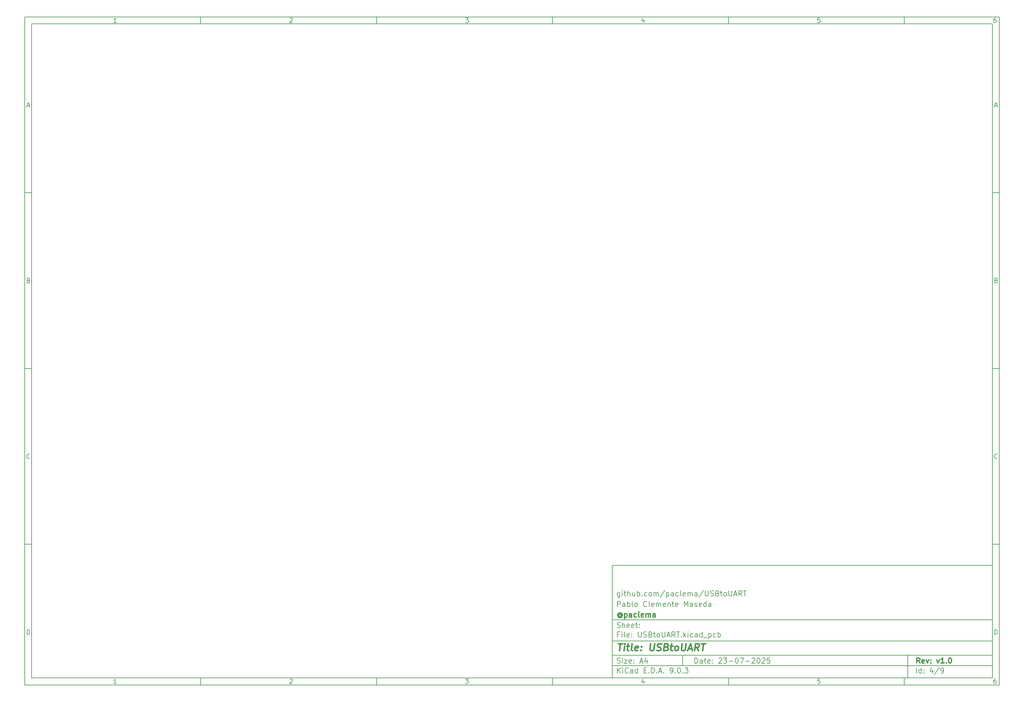
<source format=gbp>
G04 #@! TF.GenerationSoftware,KiCad,Pcbnew,9.0.3*
G04 #@! TF.CreationDate,2025-07-24T11:03:04+02:00*
G04 #@! TF.ProjectId,USBtoUART,55534274-6f55-4415-9254-2e6b69636164,v1.0*
G04 #@! TF.SameCoordinates,Original*
G04 #@! TF.FileFunction,Paste,Bot*
G04 #@! TF.FilePolarity,Positive*
%FSLAX46Y46*%
G04 Gerber Fmt 4.6, Leading zero omitted, Abs format (unit mm)*
G04 Created by KiCad (PCBNEW 9.0.3) date 2025-07-24 11:03:04*
%MOMM*%
%LPD*%
G01*
G04 APERTURE LIST*
%ADD10C,0.100000*%
%ADD11C,0.150000*%
%ADD12C,0.300000*%
%ADD13C,0.400000*%
G04 APERTURE END LIST*
D10*
D11*
X177002200Y-166007200D02*
X285002200Y-166007200D01*
X285002200Y-198007200D01*
X177002200Y-198007200D01*
X177002200Y-166007200D01*
D10*
D11*
X10000000Y-10000000D02*
X287002200Y-10000000D01*
X287002200Y-200007200D01*
X10000000Y-200007200D01*
X10000000Y-10000000D01*
D10*
D11*
X12000000Y-12000000D02*
X285002200Y-12000000D01*
X285002200Y-198007200D01*
X12000000Y-198007200D01*
X12000000Y-12000000D01*
D10*
D11*
X60000000Y-12000000D02*
X60000000Y-10000000D01*
D10*
D11*
X110000000Y-12000000D02*
X110000000Y-10000000D01*
D10*
D11*
X160000000Y-12000000D02*
X160000000Y-10000000D01*
D10*
D11*
X210000000Y-12000000D02*
X210000000Y-10000000D01*
D10*
D11*
X260000000Y-12000000D02*
X260000000Y-10000000D01*
D10*
D11*
X36089160Y-11593604D02*
X35346303Y-11593604D01*
X35717731Y-11593604D02*
X35717731Y-10293604D01*
X35717731Y-10293604D02*
X35593922Y-10479319D01*
X35593922Y-10479319D02*
X35470112Y-10603128D01*
X35470112Y-10603128D02*
X35346303Y-10665033D01*
D10*
D11*
X85346303Y-10417414D02*
X85408207Y-10355509D01*
X85408207Y-10355509D02*
X85532017Y-10293604D01*
X85532017Y-10293604D02*
X85841541Y-10293604D01*
X85841541Y-10293604D02*
X85965350Y-10355509D01*
X85965350Y-10355509D02*
X86027255Y-10417414D01*
X86027255Y-10417414D02*
X86089160Y-10541223D01*
X86089160Y-10541223D02*
X86089160Y-10665033D01*
X86089160Y-10665033D02*
X86027255Y-10850747D01*
X86027255Y-10850747D02*
X85284398Y-11593604D01*
X85284398Y-11593604D02*
X86089160Y-11593604D01*
D10*
D11*
X135284398Y-10293604D02*
X136089160Y-10293604D01*
X136089160Y-10293604D02*
X135655826Y-10788842D01*
X135655826Y-10788842D02*
X135841541Y-10788842D01*
X135841541Y-10788842D02*
X135965350Y-10850747D01*
X135965350Y-10850747D02*
X136027255Y-10912652D01*
X136027255Y-10912652D02*
X136089160Y-11036461D01*
X136089160Y-11036461D02*
X136089160Y-11345985D01*
X136089160Y-11345985D02*
X136027255Y-11469795D01*
X136027255Y-11469795D02*
X135965350Y-11531700D01*
X135965350Y-11531700D02*
X135841541Y-11593604D01*
X135841541Y-11593604D02*
X135470112Y-11593604D01*
X135470112Y-11593604D02*
X135346303Y-11531700D01*
X135346303Y-11531700D02*
X135284398Y-11469795D01*
D10*
D11*
X185965350Y-10726938D02*
X185965350Y-11593604D01*
X185655826Y-10231700D02*
X185346303Y-11160271D01*
X185346303Y-11160271D02*
X186151064Y-11160271D01*
D10*
D11*
X236027255Y-10293604D02*
X235408207Y-10293604D01*
X235408207Y-10293604D02*
X235346303Y-10912652D01*
X235346303Y-10912652D02*
X235408207Y-10850747D01*
X235408207Y-10850747D02*
X235532017Y-10788842D01*
X235532017Y-10788842D02*
X235841541Y-10788842D01*
X235841541Y-10788842D02*
X235965350Y-10850747D01*
X235965350Y-10850747D02*
X236027255Y-10912652D01*
X236027255Y-10912652D02*
X236089160Y-11036461D01*
X236089160Y-11036461D02*
X236089160Y-11345985D01*
X236089160Y-11345985D02*
X236027255Y-11469795D01*
X236027255Y-11469795D02*
X235965350Y-11531700D01*
X235965350Y-11531700D02*
X235841541Y-11593604D01*
X235841541Y-11593604D02*
X235532017Y-11593604D01*
X235532017Y-11593604D02*
X235408207Y-11531700D01*
X235408207Y-11531700D02*
X235346303Y-11469795D01*
D10*
D11*
X285965350Y-10293604D02*
X285717731Y-10293604D01*
X285717731Y-10293604D02*
X285593922Y-10355509D01*
X285593922Y-10355509D02*
X285532017Y-10417414D01*
X285532017Y-10417414D02*
X285408207Y-10603128D01*
X285408207Y-10603128D02*
X285346303Y-10850747D01*
X285346303Y-10850747D02*
X285346303Y-11345985D01*
X285346303Y-11345985D02*
X285408207Y-11469795D01*
X285408207Y-11469795D02*
X285470112Y-11531700D01*
X285470112Y-11531700D02*
X285593922Y-11593604D01*
X285593922Y-11593604D02*
X285841541Y-11593604D01*
X285841541Y-11593604D02*
X285965350Y-11531700D01*
X285965350Y-11531700D02*
X286027255Y-11469795D01*
X286027255Y-11469795D02*
X286089160Y-11345985D01*
X286089160Y-11345985D02*
X286089160Y-11036461D01*
X286089160Y-11036461D02*
X286027255Y-10912652D01*
X286027255Y-10912652D02*
X285965350Y-10850747D01*
X285965350Y-10850747D02*
X285841541Y-10788842D01*
X285841541Y-10788842D02*
X285593922Y-10788842D01*
X285593922Y-10788842D02*
X285470112Y-10850747D01*
X285470112Y-10850747D02*
X285408207Y-10912652D01*
X285408207Y-10912652D02*
X285346303Y-11036461D01*
D10*
D11*
X60000000Y-198007200D02*
X60000000Y-200007200D01*
D10*
D11*
X110000000Y-198007200D02*
X110000000Y-200007200D01*
D10*
D11*
X160000000Y-198007200D02*
X160000000Y-200007200D01*
D10*
D11*
X210000000Y-198007200D02*
X210000000Y-200007200D01*
D10*
D11*
X260000000Y-198007200D02*
X260000000Y-200007200D01*
D10*
D11*
X36089160Y-199600804D02*
X35346303Y-199600804D01*
X35717731Y-199600804D02*
X35717731Y-198300804D01*
X35717731Y-198300804D02*
X35593922Y-198486519D01*
X35593922Y-198486519D02*
X35470112Y-198610328D01*
X35470112Y-198610328D02*
X35346303Y-198672233D01*
D10*
D11*
X85346303Y-198424614D02*
X85408207Y-198362709D01*
X85408207Y-198362709D02*
X85532017Y-198300804D01*
X85532017Y-198300804D02*
X85841541Y-198300804D01*
X85841541Y-198300804D02*
X85965350Y-198362709D01*
X85965350Y-198362709D02*
X86027255Y-198424614D01*
X86027255Y-198424614D02*
X86089160Y-198548423D01*
X86089160Y-198548423D02*
X86089160Y-198672233D01*
X86089160Y-198672233D02*
X86027255Y-198857947D01*
X86027255Y-198857947D02*
X85284398Y-199600804D01*
X85284398Y-199600804D02*
X86089160Y-199600804D01*
D10*
D11*
X135284398Y-198300804D02*
X136089160Y-198300804D01*
X136089160Y-198300804D02*
X135655826Y-198796042D01*
X135655826Y-198796042D02*
X135841541Y-198796042D01*
X135841541Y-198796042D02*
X135965350Y-198857947D01*
X135965350Y-198857947D02*
X136027255Y-198919852D01*
X136027255Y-198919852D02*
X136089160Y-199043661D01*
X136089160Y-199043661D02*
X136089160Y-199353185D01*
X136089160Y-199353185D02*
X136027255Y-199476995D01*
X136027255Y-199476995D02*
X135965350Y-199538900D01*
X135965350Y-199538900D02*
X135841541Y-199600804D01*
X135841541Y-199600804D02*
X135470112Y-199600804D01*
X135470112Y-199600804D02*
X135346303Y-199538900D01*
X135346303Y-199538900D02*
X135284398Y-199476995D01*
D10*
D11*
X185965350Y-198734138D02*
X185965350Y-199600804D01*
X185655826Y-198238900D02*
X185346303Y-199167471D01*
X185346303Y-199167471D02*
X186151064Y-199167471D01*
D10*
D11*
X236027255Y-198300804D02*
X235408207Y-198300804D01*
X235408207Y-198300804D02*
X235346303Y-198919852D01*
X235346303Y-198919852D02*
X235408207Y-198857947D01*
X235408207Y-198857947D02*
X235532017Y-198796042D01*
X235532017Y-198796042D02*
X235841541Y-198796042D01*
X235841541Y-198796042D02*
X235965350Y-198857947D01*
X235965350Y-198857947D02*
X236027255Y-198919852D01*
X236027255Y-198919852D02*
X236089160Y-199043661D01*
X236089160Y-199043661D02*
X236089160Y-199353185D01*
X236089160Y-199353185D02*
X236027255Y-199476995D01*
X236027255Y-199476995D02*
X235965350Y-199538900D01*
X235965350Y-199538900D02*
X235841541Y-199600804D01*
X235841541Y-199600804D02*
X235532017Y-199600804D01*
X235532017Y-199600804D02*
X235408207Y-199538900D01*
X235408207Y-199538900D02*
X235346303Y-199476995D01*
D10*
D11*
X285965350Y-198300804D02*
X285717731Y-198300804D01*
X285717731Y-198300804D02*
X285593922Y-198362709D01*
X285593922Y-198362709D02*
X285532017Y-198424614D01*
X285532017Y-198424614D02*
X285408207Y-198610328D01*
X285408207Y-198610328D02*
X285346303Y-198857947D01*
X285346303Y-198857947D02*
X285346303Y-199353185D01*
X285346303Y-199353185D02*
X285408207Y-199476995D01*
X285408207Y-199476995D02*
X285470112Y-199538900D01*
X285470112Y-199538900D02*
X285593922Y-199600804D01*
X285593922Y-199600804D02*
X285841541Y-199600804D01*
X285841541Y-199600804D02*
X285965350Y-199538900D01*
X285965350Y-199538900D02*
X286027255Y-199476995D01*
X286027255Y-199476995D02*
X286089160Y-199353185D01*
X286089160Y-199353185D02*
X286089160Y-199043661D01*
X286089160Y-199043661D02*
X286027255Y-198919852D01*
X286027255Y-198919852D02*
X285965350Y-198857947D01*
X285965350Y-198857947D02*
X285841541Y-198796042D01*
X285841541Y-198796042D02*
X285593922Y-198796042D01*
X285593922Y-198796042D02*
X285470112Y-198857947D01*
X285470112Y-198857947D02*
X285408207Y-198919852D01*
X285408207Y-198919852D02*
X285346303Y-199043661D01*
D10*
D11*
X10000000Y-60000000D02*
X12000000Y-60000000D01*
D10*
D11*
X10000000Y-110000000D02*
X12000000Y-110000000D01*
D10*
D11*
X10000000Y-160000000D02*
X12000000Y-160000000D01*
D10*
D11*
X10690476Y-35222176D02*
X11309523Y-35222176D01*
X10566666Y-35593604D02*
X10999999Y-34293604D01*
X10999999Y-34293604D02*
X11433333Y-35593604D01*
D10*
D11*
X11092857Y-84912652D02*
X11278571Y-84974557D01*
X11278571Y-84974557D02*
X11340476Y-85036461D01*
X11340476Y-85036461D02*
X11402380Y-85160271D01*
X11402380Y-85160271D02*
X11402380Y-85345985D01*
X11402380Y-85345985D02*
X11340476Y-85469795D01*
X11340476Y-85469795D02*
X11278571Y-85531700D01*
X11278571Y-85531700D02*
X11154761Y-85593604D01*
X11154761Y-85593604D02*
X10659523Y-85593604D01*
X10659523Y-85593604D02*
X10659523Y-84293604D01*
X10659523Y-84293604D02*
X11092857Y-84293604D01*
X11092857Y-84293604D02*
X11216666Y-84355509D01*
X11216666Y-84355509D02*
X11278571Y-84417414D01*
X11278571Y-84417414D02*
X11340476Y-84541223D01*
X11340476Y-84541223D02*
X11340476Y-84665033D01*
X11340476Y-84665033D02*
X11278571Y-84788842D01*
X11278571Y-84788842D02*
X11216666Y-84850747D01*
X11216666Y-84850747D02*
X11092857Y-84912652D01*
X11092857Y-84912652D02*
X10659523Y-84912652D01*
D10*
D11*
X11402380Y-135469795D02*
X11340476Y-135531700D01*
X11340476Y-135531700D02*
X11154761Y-135593604D01*
X11154761Y-135593604D02*
X11030952Y-135593604D01*
X11030952Y-135593604D02*
X10845238Y-135531700D01*
X10845238Y-135531700D02*
X10721428Y-135407890D01*
X10721428Y-135407890D02*
X10659523Y-135284080D01*
X10659523Y-135284080D02*
X10597619Y-135036461D01*
X10597619Y-135036461D02*
X10597619Y-134850747D01*
X10597619Y-134850747D02*
X10659523Y-134603128D01*
X10659523Y-134603128D02*
X10721428Y-134479319D01*
X10721428Y-134479319D02*
X10845238Y-134355509D01*
X10845238Y-134355509D02*
X11030952Y-134293604D01*
X11030952Y-134293604D02*
X11154761Y-134293604D01*
X11154761Y-134293604D02*
X11340476Y-134355509D01*
X11340476Y-134355509D02*
X11402380Y-134417414D01*
D10*
D11*
X10659523Y-185593604D02*
X10659523Y-184293604D01*
X10659523Y-184293604D02*
X10969047Y-184293604D01*
X10969047Y-184293604D02*
X11154761Y-184355509D01*
X11154761Y-184355509D02*
X11278571Y-184479319D01*
X11278571Y-184479319D02*
X11340476Y-184603128D01*
X11340476Y-184603128D02*
X11402380Y-184850747D01*
X11402380Y-184850747D02*
X11402380Y-185036461D01*
X11402380Y-185036461D02*
X11340476Y-185284080D01*
X11340476Y-185284080D02*
X11278571Y-185407890D01*
X11278571Y-185407890D02*
X11154761Y-185531700D01*
X11154761Y-185531700D02*
X10969047Y-185593604D01*
X10969047Y-185593604D02*
X10659523Y-185593604D01*
D10*
D11*
X287002200Y-60000000D02*
X285002200Y-60000000D01*
D10*
D11*
X287002200Y-110000000D02*
X285002200Y-110000000D01*
D10*
D11*
X287002200Y-160000000D02*
X285002200Y-160000000D01*
D10*
D11*
X285692676Y-35222176D02*
X286311723Y-35222176D01*
X285568866Y-35593604D02*
X286002199Y-34293604D01*
X286002199Y-34293604D02*
X286435533Y-35593604D01*
D10*
D11*
X286095057Y-84912652D02*
X286280771Y-84974557D01*
X286280771Y-84974557D02*
X286342676Y-85036461D01*
X286342676Y-85036461D02*
X286404580Y-85160271D01*
X286404580Y-85160271D02*
X286404580Y-85345985D01*
X286404580Y-85345985D02*
X286342676Y-85469795D01*
X286342676Y-85469795D02*
X286280771Y-85531700D01*
X286280771Y-85531700D02*
X286156961Y-85593604D01*
X286156961Y-85593604D02*
X285661723Y-85593604D01*
X285661723Y-85593604D02*
X285661723Y-84293604D01*
X285661723Y-84293604D02*
X286095057Y-84293604D01*
X286095057Y-84293604D02*
X286218866Y-84355509D01*
X286218866Y-84355509D02*
X286280771Y-84417414D01*
X286280771Y-84417414D02*
X286342676Y-84541223D01*
X286342676Y-84541223D02*
X286342676Y-84665033D01*
X286342676Y-84665033D02*
X286280771Y-84788842D01*
X286280771Y-84788842D02*
X286218866Y-84850747D01*
X286218866Y-84850747D02*
X286095057Y-84912652D01*
X286095057Y-84912652D02*
X285661723Y-84912652D01*
D10*
D11*
X286404580Y-135469795D02*
X286342676Y-135531700D01*
X286342676Y-135531700D02*
X286156961Y-135593604D01*
X286156961Y-135593604D02*
X286033152Y-135593604D01*
X286033152Y-135593604D02*
X285847438Y-135531700D01*
X285847438Y-135531700D02*
X285723628Y-135407890D01*
X285723628Y-135407890D02*
X285661723Y-135284080D01*
X285661723Y-135284080D02*
X285599819Y-135036461D01*
X285599819Y-135036461D02*
X285599819Y-134850747D01*
X285599819Y-134850747D02*
X285661723Y-134603128D01*
X285661723Y-134603128D02*
X285723628Y-134479319D01*
X285723628Y-134479319D02*
X285847438Y-134355509D01*
X285847438Y-134355509D02*
X286033152Y-134293604D01*
X286033152Y-134293604D02*
X286156961Y-134293604D01*
X286156961Y-134293604D02*
X286342676Y-134355509D01*
X286342676Y-134355509D02*
X286404580Y-134417414D01*
D10*
D11*
X285661723Y-185593604D02*
X285661723Y-184293604D01*
X285661723Y-184293604D02*
X285971247Y-184293604D01*
X285971247Y-184293604D02*
X286156961Y-184355509D01*
X286156961Y-184355509D02*
X286280771Y-184479319D01*
X286280771Y-184479319D02*
X286342676Y-184603128D01*
X286342676Y-184603128D02*
X286404580Y-184850747D01*
X286404580Y-184850747D02*
X286404580Y-185036461D01*
X286404580Y-185036461D02*
X286342676Y-185284080D01*
X286342676Y-185284080D02*
X286280771Y-185407890D01*
X286280771Y-185407890D02*
X286156961Y-185531700D01*
X286156961Y-185531700D02*
X285971247Y-185593604D01*
X285971247Y-185593604D02*
X285661723Y-185593604D01*
D10*
D11*
X200458026Y-193793328D02*
X200458026Y-192293328D01*
X200458026Y-192293328D02*
X200815169Y-192293328D01*
X200815169Y-192293328D02*
X201029455Y-192364757D01*
X201029455Y-192364757D02*
X201172312Y-192507614D01*
X201172312Y-192507614D02*
X201243741Y-192650471D01*
X201243741Y-192650471D02*
X201315169Y-192936185D01*
X201315169Y-192936185D02*
X201315169Y-193150471D01*
X201315169Y-193150471D02*
X201243741Y-193436185D01*
X201243741Y-193436185D02*
X201172312Y-193579042D01*
X201172312Y-193579042D02*
X201029455Y-193721900D01*
X201029455Y-193721900D02*
X200815169Y-193793328D01*
X200815169Y-193793328D02*
X200458026Y-193793328D01*
X202600884Y-193793328D02*
X202600884Y-193007614D01*
X202600884Y-193007614D02*
X202529455Y-192864757D01*
X202529455Y-192864757D02*
X202386598Y-192793328D01*
X202386598Y-192793328D02*
X202100884Y-192793328D01*
X202100884Y-192793328D02*
X201958026Y-192864757D01*
X202600884Y-193721900D02*
X202458026Y-193793328D01*
X202458026Y-193793328D02*
X202100884Y-193793328D01*
X202100884Y-193793328D02*
X201958026Y-193721900D01*
X201958026Y-193721900D02*
X201886598Y-193579042D01*
X201886598Y-193579042D02*
X201886598Y-193436185D01*
X201886598Y-193436185D02*
X201958026Y-193293328D01*
X201958026Y-193293328D02*
X202100884Y-193221900D01*
X202100884Y-193221900D02*
X202458026Y-193221900D01*
X202458026Y-193221900D02*
X202600884Y-193150471D01*
X203100884Y-192793328D02*
X203672312Y-192793328D01*
X203315169Y-192293328D02*
X203315169Y-193579042D01*
X203315169Y-193579042D02*
X203386598Y-193721900D01*
X203386598Y-193721900D02*
X203529455Y-193793328D01*
X203529455Y-193793328D02*
X203672312Y-193793328D01*
X204743741Y-193721900D02*
X204600884Y-193793328D01*
X204600884Y-193793328D02*
X204315170Y-193793328D01*
X204315170Y-193793328D02*
X204172312Y-193721900D01*
X204172312Y-193721900D02*
X204100884Y-193579042D01*
X204100884Y-193579042D02*
X204100884Y-193007614D01*
X204100884Y-193007614D02*
X204172312Y-192864757D01*
X204172312Y-192864757D02*
X204315170Y-192793328D01*
X204315170Y-192793328D02*
X204600884Y-192793328D01*
X204600884Y-192793328D02*
X204743741Y-192864757D01*
X204743741Y-192864757D02*
X204815170Y-193007614D01*
X204815170Y-193007614D02*
X204815170Y-193150471D01*
X204815170Y-193150471D02*
X204100884Y-193293328D01*
X205458026Y-193650471D02*
X205529455Y-193721900D01*
X205529455Y-193721900D02*
X205458026Y-193793328D01*
X205458026Y-193793328D02*
X205386598Y-193721900D01*
X205386598Y-193721900D02*
X205458026Y-193650471D01*
X205458026Y-193650471D02*
X205458026Y-193793328D01*
X205458026Y-192864757D02*
X205529455Y-192936185D01*
X205529455Y-192936185D02*
X205458026Y-193007614D01*
X205458026Y-193007614D02*
X205386598Y-192936185D01*
X205386598Y-192936185D02*
X205458026Y-192864757D01*
X205458026Y-192864757D02*
X205458026Y-193007614D01*
X207243741Y-192436185D02*
X207315169Y-192364757D01*
X207315169Y-192364757D02*
X207458027Y-192293328D01*
X207458027Y-192293328D02*
X207815169Y-192293328D01*
X207815169Y-192293328D02*
X207958027Y-192364757D01*
X207958027Y-192364757D02*
X208029455Y-192436185D01*
X208029455Y-192436185D02*
X208100884Y-192579042D01*
X208100884Y-192579042D02*
X208100884Y-192721900D01*
X208100884Y-192721900D02*
X208029455Y-192936185D01*
X208029455Y-192936185D02*
X207172312Y-193793328D01*
X207172312Y-193793328D02*
X208100884Y-193793328D01*
X208600883Y-192293328D02*
X209529455Y-192293328D01*
X209529455Y-192293328D02*
X209029455Y-192864757D01*
X209029455Y-192864757D02*
X209243740Y-192864757D01*
X209243740Y-192864757D02*
X209386598Y-192936185D01*
X209386598Y-192936185D02*
X209458026Y-193007614D01*
X209458026Y-193007614D02*
X209529455Y-193150471D01*
X209529455Y-193150471D02*
X209529455Y-193507614D01*
X209529455Y-193507614D02*
X209458026Y-193650471D01*
X209458026Y-193650471D02*
X209386598Y-193721900D01*
X209386598Y-193721900D02*
X209243740Y-193793328D01*
X209243740Y-193793328D02*
X208815169Y-193793328D01*
X208815169Y-193793328D02*
X208672312Y-193721900D01*
X208672312Y-193721900D02*
X208600883Y-193650471D01*
X210172311Y-193221900D02*
X211315169Y-193221900D01*
X212315169Y-192293328D02*
X212458026Y-192293328D01*
X212458026Y-192293328D02*
X212600883Y-192364757D01*
X212600883Y-192364757D02*
X212672312Y-192436185D01*
X212672312Y-192436185D02*
X212743740Y-192579042D01*
X212743740Y-192579042D02*
X212815169Y-192864757D01*
X212815169Y-192864757D02*
X212815169Y-193221900D01*
X212815169Y-193221900D02*
X212743740Y-193507614D01*
X212743740Y-193507614D02*
X212672312Y-193650471D01*
X212672312Y-193650471D02*
X212600883Y-193721900D01*
X212600883Y-193721900D02*
X212458026Y-193793328D01*
X212458026Y-193793328D02*
X212315169Y-193793328D01*
X212315169Y-193793328D02*
X212172312Y-193721900D01*
X212172312Y-193721900D02*
X212100883Y-193650471D01*
X212100883Y-193650471D02*
X212029454Y-193507614D01*
X212029454Y-193507614D02*
X211958026Y-193221900D01*
X211958026Y-193221900D02*
X211958026Y-192864757D01*
X211958026Y-192864757D02*
X212029454Y-192579042D01*
X212029454Y-192579042D02*
X212100883Y-192436185D01*
X212100883Y-192436185D02*
X212172312Y-192364757D01*
X212172312Y-192364757D02*
X212315169Y-192293328D01*
X213315168Y-192293328D02*
X214315168Y-192293328D01*
X214315168Y-192293328D02*
X213672311Y-193793328D01*
X214886596Y-193221900D02*
X216029454Y-193221900D01*
X216672311Y-192436185D02*
X216743739Y-192364757D01*
X216743739Y-192364757D02*
X216886597Y-192293328D01*
X216886597Y-192293328D02*
X217243739Y-192293328D01*
X217243739Y-192293328D02*
X217386597Y-192364757D01*
X217386597Y-192364757D02*
X217458025Y-192436185D01*
X217458025Y-192436185D02*
X217529454Y-192579042D01*
X217529454Y-192579042D02*
X217529454Y-192721900D01*
X217529454Y-192721900D02*
X217458025Y-192936185D01*
X217458025Y-192936185D02*
X216600882Y-193793328D01*
X216600882Y-193793328D02*
X217529454Y-193793328D01*
X218458025Y-192293328D02*
X218600882Y-192293328D01*
X218600882Y-192293328D02*
X218743739Y-192364757D01*
X218743739Y-192364757D02*
X218815168Y-192436185D01*
X218815168Y-192436185D02*
X218886596Y-192579042D01*
X218886596Y-192579042D02*
X218958025Y-192864757D01*
X218958025Y-192864757D02*
X218958025Y-193221900D01*
X218958025Y-193221900D02*
X218886596Y-193507614D01*
X218886596Y-193507614D02*
X218815168Y-193650471D01*
X218815168Y-193650471D02*
X218743739Y-193721900D01*
X218743739Y-193721900D02*
X218600882Y-193793328D01*
X218600882Y-193793328D02*
X218458025Y-193793328D01*
X218458025Y-193793328D02*
X218315168Y-193721900D01*
X218315168Y-193721900D02*
X218243739Y-193650471D01*
X218243739Y-193650471D02*
X218172310Y-193507614D01*
X218172310Y-193507614D02*
X218100882Y-193221900D01*
X218100882Y-193221900D02*
X218100882Y-192864757D01*
X218100882Y-192864757D02*
X218172310Y-192579042D01*
X218172310Y-192579042D02*
X218243739Y-192436185D01*
X218243739Y-192436185D02*
X218315168Y-192364757D01*
X218315168Y-192364757D02*
X218458025Y-192293328D01*
X219529453Y-192436185D02*
X219600881Y-192364757D01*
X219600881Y-192364757D02*
X219743739Y-192293328D01*
X219743739Y-192293328D02*
X220100881Y-192293328D01*
X220100881Y-192293328D02*
X220243739Y-192364757D01*
X220243739Y-192364757D02*
X220315167Y-192436185D01*
X220315167Y-192436185D02*
X220386596Y-192579042D01*
X220386596Y-192579042D02*
X220386596Y-192721900D01*
X220386596Y-192721900D02*
X220315167Y-192936185D01*
X220315167Y-192936185D02*
X219458024Y-193793328D01*
X219458024Y-193793328D02*
X220386596Y-193793328D01*
X221743738Y-192293328D02*
X221029452Y-192293328D01*
X221029452Y-192293328D02*
X220958024Y-193007614D01*
X220958024Y-193007614D02*
X221029452Y-192936185D01*
X221029452Y-192936185D02*
X221172310Y-192864757D01*
X221172310Y-192864757D02*
X221529452Y-192864757D01*
X221529452Y-192864757D02*
X221672310Y-192936185D01*
X221672310Y-192936185D02*
X221743738Y-193007614D01*
X221743738Y-193007614D02*
X221815167Y-193150471D01*
X221815167Y-193150471D02*
X221815167Y-193507614D01*
X221815167Y-193507614D02*
X221743738Y-193650471D01*
X221743738Y-193650471D02*
X221672310Y-193721900D01*
X221672310Y-193721900D02*
X221529452Y-193793328D01*
X221529452Y-193793328D02*
X221172310Y-193793328D01*
X221172310Y-193793328D02*
X221029452Y-193721900D01*
X221029452Y-193721900D02*
X220958024Y-193650471D01*
D10*
D11*
X177002200Y-194507200D02*
X285002200Y-194507200D01*
D10*
D11*
X178458026Y-196593328D02*
X178458026Y-195093328D01*
X179315169Y-196593328D02*
X178672312Y-195736185D01*
X179315169Y-195093328D02*
X178458026Y-195950471D01*
X179958026Y-196593328D02*
X179958026Y-195593328D01*
X179958026Y-195093328D02*
X179886598Y-195164757D01*
X179886598Y-195164757D02*
X179958026Y-195236185D01*
X179958026Y-195236185D02*
X180029455Y-195164757D01*
X180029455Y-195164757D02*
X179958026Y-195093328D01*
X179958026Y-195093328D02*
X179958026Y-195236185D01*
X181529455Y-196450471D02*
X181458027Y-196521900D01*
X181458027Y-196521900D02*
X181243741Y-196593328D01*
X181243741Y-196593328D02*
X181100884Y-196593328D01*
X181100884Y-196593328D02*
X180886598Y-196521900D01*
X180886598Y-196521900D02*
X180743741Y-196379042D01*
X180743741Y-196379042D02*
X180672312Y-196236185D01*
X180672312Y-196236185D02*
X180600884Y-195950471D01*
X180600884Y-195950471D02*
X180600884Y-195736185D01*
X180600884Y-195736185D02*
X180672312Y-195450471D01*
X180672312Y-195450471D02*
X180743741Y-195307614D01*
X180743741Y-195307614D02*
X180886598Y-195164757D01*
X180886598Y-195164757D02*
X181100884Y-195093328D01*
X181100884Y-195093328D02*
X181243741Y-195093328D01*
X181243741Y-195093328D02*
X181458027Y-195164757D01*
X181458027Y-195164757D02*
X181529455Y-195236185D01*
X182815170Y-196593328D02*
X182815170Y-195807614D01*
X182815170Y-195807614D02*
X182743741Y-195664757D01*
X182743741Y-195664757D02*
X182600884Y-195593328D01*
X182600884Y-195593328D02*
X182315170Y-195593328D01*
X182315170Y-195593328D02*
X182172312Y-195664757D01*
X182815170Y-196521900D02*
X182672312Y-196593328D01*
X182672312Y-196593328D02*
X182315170Y-196593328D01*
X182315170Y-196593328D02*
X182172312Y-196521900D01*
X182172312Y-196521900D02*
X182100884Y-196379042D01*
X182100884Y-196379042D02*
X182100884Y-196236185D01*
X182100884Y-196236185D02*
X182172312Y-196093328D01*
X182172312Y-196093328D02*
X182315170Y-196021900D01*
X182315170Y-196021900D02*
X182672312Y-196021900D01*
X182672312Y-196021900D02*
X182815170Y-195950471D01*
X184172313Y-196593328D02*
X184172313Y-195093328D01*
X184172313Y-196521900D02*
X184029455Y-196593328D01*
X184029455Y-196593328D02*
X183743741Y-196593328D01*
X183743741Y-196593328D02*
X183600884Y-196521900D01*
X183600884Y-196521900D02*
X183529455Y-196450471D01*
X183529455Y-196450471D02*
X183458027Y-196307614D01*
X183458027Y-196307614D02*
X183458027Y-195879042D01*
X183458027Y-195879042D02*
X183529455Y-195736185D01*
X183529455Y-195736185D02*
X183600884Y-195664757D01*
X183600884Y-195664757D02*
X183743741Y-195593328D01*
X183743741Y-195593328D02*
X184029455Y-195593328D01*
X184029455Y-195593328D02*
X184172313Y-195664757D01*
X186029455Y-195807614D02*
X186529455Y-195807614D01*
X186743741Y-196593328D02*
X186029455Y-196593328D01*
X186029455Y-196593328D02*
X186029455Y-195093328D01*
X186029455Y-195093328D02*
X186743741Y-195093328D01*
X187386598Y-196450471D02*
X187458027Y-196521900D01*
X187458027Y-196521900D02*
X187386598Y-196593328D01*
X187386598Y-196593328D02*
X187315170Y-196521900D01*
X187315170Y-196521900D02*
X187386598Y-196450471D01*
X187386598Y-196450471D02*
X187386598Y-196593328D01*
X188100884Y-196593328D02*
X188100884Y-195093328D01*
X188100884Y-195093328D02*
X188458027Y-195093328D01*
X188458027Y-195093328D02*
X188672313Y-195164757D01*
X188672313Y-195164757D02*
X188815170Y-195307614D01*
X188815170Y-195307614D02*
X188886599Y-195450471D01*
X188886599Y-195450471D02*
X188958027Y-195736185D01*
X188958027Y-195736185D02*
X188958027Y-195950471D01*
X188958027Y-195950471D02*
X188886599Y-196236185D01*
X188886599Y-196236185D02*
X188815170Y-196379042D01*
X188815170Y-196379042D02*
X188672313Y-196521900D01*
X188672313Y-196521900D02*
X188458027Y-196593328D01*
X188458027Y-196593328D02*
X188100884Y-196593328D01*
X189600884Y-196450471D02*
X189672313Y-196521900D01*
X189672313Y-196521900D02*
X189600884Y-196593328D01*
X189600884Y-196593328D02*
X189529456Y-196521900D01*
X189529456Y-196521900D02*
X189600884Y-196450471D01*
X189600884Y-196450471D02*
X189600884Y-196593328D01*
X190243742Y-196164757D02*
X190958028Y-196164757D01*
X190100885Y-196593328D02*
X190600885Y-195093328D01*
X190600885Y-195093328D02*
X191100885Y-196593328D01*
X191600884Y-196450471D02*
X191672313Y-196521900D01*
X191672313Y-196521900D02*
X191600884Y-196593328D01*
X191600884Y-196593328D02*
X191529456Y-196521900D01*
X191529456Y-196521900D02*
X191600884Y-196450471D01*
X191600884Y-196450471D02*
X191600884Y-196593328D01*
X193529456Y-196593328D02*
X193815170Y-196593328D01*
X193815170Y-196593328D02*
X193958027Y-196521900D01*
X193958027Y-196521900D02*
X194029456Y-196450471D01*
X194029456Y-196450471D02*
X194172313Y-196236185D01*
X194172313Y-196236185D02*
X194243742Y-195950471D01*
X194243742Y-195950471D02*
X194243742Y-195379042D01*
X194243742Y-195379042D02*
X194172313Y-195236185D01*
X194172313Y-195236185D02*
X194100885Y-195164757D01*
X194100885Y-195164757D02*
X193958027Y-195093328D01*
X193958027Y-195093328D02*
X193672313Y-195093328D01*
X193672313Y-195093328D02*
X193529456Y-195164757D01*
X193529456Y-195164757D02*
X193458027Y-195236185D01*
X193458027Y-195236185D02*
X193386599Y-195379042D01*
X193386599Y-195379042D02*
X193386599Y-195736185D01*
X193386599Y-195736185D02*
X193458027Y-195879042D01*
X193458027Y-195879042D02*
X193529456Y-195950471D01*
X193529456Y-195950471D02*
X193672313Y-196021900D01*
X193672313Y-196021900D02*
X193958027Y-196021900D01*
X193958027Y-196021900D02*
X194100885Y-195950471D01*
X194100885Y-195950471D02*
X194172313Y-195879042D01*
X194172313Y-195879042D02*
X194243742Y-195736185D01*
X194886598Y-196450471D02*
X194958027Y-196521900D01*
X194958027Y-196521900D02*
X194886598Y-196593328D01*
X194886598Y-196593328D02*
X194815170Y-196521900D01*
X194815170Y-196521900D02*
X194886598Y-196450471D01*
X194886598Y-196450471D02*
X194886598Y-196593328D01*
X195886599Y-195093328D02*
X196029456Y-195093328D01*
X196029456Y-195093328D02*
X196172313Y-195164757D01*
X196172313Y-195164757D02*
X196243742Y-195236185D01*
X196243742Y-195236185D02*
X196315170Y-195379042D01*
X196315170Y-195379042D02*
X196386599Y-195664757D01*
X196386599Y-195664757D02*
X196386599Y-196021900D01*
X196386599Y-196021900D02*
X196315170Y-196307614D01*
X196315170Y-196307614D02*
X196243742Y-196450471D01*
X196243742Y-196450471D02*
X196172313Y-196521900D01*
X196172313Y-196521900D02*
X196029456Y-196593328D01*
X196029456Y-196593328D02*
X195886599Y-196593328D01*
X195886599Y-196593328D02*
X195743742Y-196521900D01*
X195743742Y-196521900D02*
X195672313Y-196450471D01*
X195672313Y-196450471D02*
X195600884Y-196307614D01*
X195600884Y-196307614D02*
X195529456Y-196021900D01*
X195529456Y-196021900D02*
X195529456Y-195664757D01*
X195529456Y-195664757D02*
X195600884Y-195379042D01*
X195600884Y-195379042D02*
X195672313Y-195236185D01*
X195672313Y-195236185D02*
X195743742Y-195164757D01*
X195743742Y-195164757D02*
X195886599Y-195093328D01*
X197029455Y-196450471D02*
X197100884Y-196521900D01*
X197100884Y-196521900D02*
X197029455Y-196593328D01*
X197029455Y-196593328D02*
X196958027Y-196521900D01*
X196958027Y-196521900D02*
X197029455Y-196450471D01*
X197029455Y-196450471D02*
X197029455Y-196593328D01*
X197600884Y-195093328D02*
X198529456Y-195093328D01*
X198529456Y-195093328D02*
X198029456Y-195664757D01*
X198029456Y-195664757D02*
X198243741Y-195664757D01*
X198243741Y-195664757D02*
X198386599Y-195736185D01*
X198386599Y-195736185D02*
X198458027Y-195807614D01*
X198458027Y-195807614D02*
X198529456Y-195950471D01*
X198529456Y-195950471D02*
X198529456Y-196307614D01*
X198529456Y-196307614D02*
X198458027Y-196450471D01*
X198458027Y-196450471D02*
X198386599Y-196521900D01*
X198386599Y-196521900D02*
X198243741Y-196593328D01*
X198243741Y-196593328D02*
X197815170Y-196593328D01*
X197815170Y-196593328D02*
X197672313Y-196521900D01*
X197672313Y-196521900D02*
X197600884Y-196450471D01*
D10*
D11*
X177002200Y-191507200D02*
X285002200Y-191507200D01*
D10*
D12*
X264413853Y-193785528D02*
X263913853Y-193071242D01*
X263556710Y-193785528D02*
X263556710Y-192285528D01*
X263556710Y-192285528D02*
X264128139Y-192285528D01*
X264128139Y-192285528D02*
X264270996Y-192356957D01*
X264270996Y-192356957D02*
X264342425Y-192428385D01*
X264342425Y-192428385D02*
X264413853Y-192571242D01*
X264413853Y-192571242D02*
X264413853Y-192785528D01*
X264413853Y-192785528D02*
X264342425Y-192928385D01*
X264342425Y-192928385D02*
X264270996Y-192999814D01*
X264270996Y-192999814D02*
X264128139Y-193071242D01*
X264128139Y-193071242D02*
X263556710Y-193071242D01*
X265628139Y-193714100D02*
X265485282Y-193785528D01*
X265485282Y-193785528D02*
X265199568Y-193785528D01*
X265199568Y-193785528D02*
X265056710Y-193714100D01*
X265056710Y-193714100D02*
X264985282Y-193571242D01*
X264985282Y-193571242D02*
X264985282Y-192999814D01*
X264985282Y-192999814D02*
X265056710Y-192856957D01*
X265056710Y-192856957D02*
X265199568Y-192785528D01*
X265199568Y-192785528D02*
X265485282Y-192785528D01*
X265485282Y-192785528D02*
X265628139Y-192856957D01*
X265628139Y-192856957D02*
X265699568Y-192999814D01*
X265699568Y-192999814D02*
X265699568Y-193142671D01*
X265699568Y-193142671D02*
X264985282Y-193285528D01*
X266199567Y-192785528D02*
X266556710Y-193785528D01*
X266556710Y-193785528D02*
X266913853Y-192785528D01*
X267485281Y-193642671D02*
X267556710Y-193714100D01*
X267556710Y-193714100D02*
X267485281Y-193785528D01*
X267485281Y-193785528D02*
X267413853Y-193714100D01*
X267413853Y-193714100D02*
X267485281Y-193642671D01*
X267485281Y-193642671D02*
X267485281Y-193785528D01*
X267485281Y-192856957D02*
X267556710Y-192928385D01*
X267556710Y-192928385D02*
X267485281Y-192999814D01*
X267485281Y-192999814D02*
X267413853Y-192928385D01*
X267413853Y-192928385D02*
X267485281Y-192856957D01*
X267485281Y-192856957D02*
X267485281Y-192999814D01*
X269199567Y-192785528D02*
X269556710Y-193785528D01*
X269556710Y-193785528D02*
X269913853Y-192785528D01*
X271270996Y-193785528D02*
X270413853Y-193785528D01*
X270842424Y-193785528D02*
X270842424Y-192285528D01*
X270842424Y-192285528D02*
X270699567Y-192499814D01*
X270699567Y-192499814D02*
X270556710Y-192642671D01*
X270556710Y-192642671D02*
X270413853Y-192714100D01*
X271913852Y-193642671D02*
X271985281Y-193714100D01*
X271985281Y-193714100D02*
X271913852Y-193785528D01*
X271913852Y-193785528D02*
X271842424Y-193714100D01*
X271842424Y-193714100D02*
X271913852Y-193642671D01*
X271913852Y-193642671D02*
X271913852Y-193785528D01*
X272913853Y-192285528D02*
X273056710Y-192285528D01*
X273056710Y-192285528D02*
X273199567Y-192356957D01*
X273199567Y-192356957D02*
X273270996Y-192428385D01*
X273270996Y-192428385D02*
X273342424Y-192571242D01*
X273342424Y-192571242D02*
X273413853Y-192856957D01*
X273413853Y-192856957D02*
X273413853Y-193214100D01*
X273413853Y-193214100D02*
X273342424Y-193499814D01*
X273342424Y-193499814D02*
X273270996Y-193642671D01*
X273270996Y-193642671D02*
X273199567Y-193714100D01*
X273199567Y-193714100D02*
X273056710Y-193785528D01*
X273056710Y-193785528D02*
X272913853Y-193785528D01*
X272913853Y-193785528D02*
X272770996Y-193714100D01*
X272770996Y-193714100D02*
X272699567Y-193642671D01*
X272699567Y-193642671D02*
X272628138Y-193499814D01*
X272628138Y-193499814D02*
X272556710Y-193214100D01*
X272556710Y-193214100D02*
X272556710Y-192856957D01*
X272556710Y-192856957D02*
X272628138Y-192571242D01*
X272628138Y-192571242D02*
X272699567Y-192428385D01*
X272699567Y-192428385D02*
X272770996Y-192356957D01*
X272770996Y-192356957D02*
X272913853Y-192285528D01*
D10*
D11*
X178386598Y-193721900D02*
X178600884Y-193793328D01*
X178600884Y-193793328D02*
X178958026Y-193793328D01*
X178958026Y-193793328D02*
X179100884Y-193721900D01*
X179100884Y-193721900D02*
X179172312Y-193650471D01*
X179172312Y-193650471D02*
X179243741Y-193507614D01*
X179243741Y-193507614D02*
X179243741Y-193364757D01*
X179243741Y-193364757D02*
X179172312Y-193221900D01*
X179172312Y-193221900D02*
X179100884Y-193150471D01*
X179100884Y-193150471D02*
X178958026Y-193079042D01*
X178958026Y-193079042D02*
X178672312Y-193007614D01*
X178672312Y-193007614D02*
X178529455Y-192936185D01*
X178529455Y-192936185D02*
X178458026Y-192864757D01*
X178458026Y-192864757D02*
X178386598Y-192721900D01*
X178386598Y-192721900D02*
X178386598Y-192579042D01*
X178386598Y-192579042D02*
X178458026Y-192436185D01*
X178458026Y-192436185D02*
X178529455Y-192364757D01*
X178529455Y-192364757D02*
X178672312Y-192293328D01*
X178672312Y-192293328D02*
X179029455Y-192293328D01*
X179029455Y-192293328D02*
X179243741Y-192364757D01*
X179886597Y-193793328D02*
X179886597Y-192793328D01*
X179886597Y-192293328D02*
X179815169Y-192364757D01*
X179815169Y-192364757D02*
X179886597Y-192436185D01*
X179886597Y-192436185D02*
X179958026Y-192364757D01*
X179958026Y-192364757D02*
X179886597Y-192293328D01*
X179886597Y-192293328D02*
X179886597Y-192436185D01*
X180458026Y-192793328D02*
X181243741Y-192793328D01*
X181243741Y-192793328D02*
X180458026Y-193793328D01*
X180458026Y-193793328D02*
X181243741Y-193793328D01*
X182386598Y-193721900D02*
X182243741Y-193793328D01*
X182243741Y-193793328D02*
X181958027Y-193793328D01*
X181958027Y-193793328D02*
X181815169Y-193721900D01*
X181815169Y-193721900D02*
X181743741Y-193579042D01*
X181743741Y-193579042D02*
X181743741Y-193007614D01*
X181743741Y-193007614D02*
X181815169Y-192864757D01*
X181815169Y-192864757D02*
X181958027Y-192793328D01*
X181958027Y-192793328D02*
X182243741Y-192793328D01*
X182243741Y-192793328D02*
X182386598Y-192864757D01*
X182386598Y-192864757D02*
X182458027Y-193007614D01*
X182458027Y-193007614D02*
X182458027Y-193150471D01*
X182458027Y-193150471D02*
X181743741Y-193293328D01*
X183100883Y-193650471D02*
X183172312Y-193721900D01*
X183172312Y-193721900D02*
X183100883Y-193793328D01*
X183100883Y-193793328D02*
X183029455Y-193721900D01*
X183029455Y-193721900D02*
X183100883Y-193650471D01*
X183100883Y-193650471D02*
X183100883Y-193793328D01*
X183100883Y-192864757D02*
X183172312Y-192936185D01*
X183172312Y-192936185D02*
X183100883Y-193007614D01*
X183100883Y-193007614D02*
X183029455Y-192936185D01*
X183029455Y-192936185D02*
X183100883Y-192864757D01*
X183100883Y-192864757D02*
X183100883Y-193007614D01*
X184886598Y-193364757D02*
X185600884Y-193364757D01*
X184743741Y-193793328D02*
X185243741Y-192293328D01*
X185243741Y-192293328D02*
X185743741Y-193793328D01*
X186886598Y-192793328D02*
X186886598Y-193793328D01*
X186529455Y-192221900D02*
X186172312Y-193293328D01*
X186172312Y-193293328D02*
X187100883Y-193293328D01*
D10*
D11*
X263458026Y-196593328D02*
X263458026Y-195093328D01*
X264815170Y-196593328D02*
X264815170Y-195093328D01*
X264815170Y-196521900D02*
X264672312Y-196593328D01*
X264672312Y-196593328D02*
X264386598Y-196593328D01*
X264386598Y-196593328D02*
X264243741Y-196521900D01*
X264243741Y-196521900D02*
X264172312Y-196450471D01*
X264172312Y-196450471D02*
X264100884Y-196307614D01*
X264100884Y-196307614D02*
X264100884Y-195879042D01*
X264100884Y-195879042D02*
X264172312Y-195736185D01*
X264172312Y-195736185D02*
X264243741Y-195664757D01*
X264243741Y-195664757D02*
X264386598Y-195593328D01*
X264386598Y-195593328D02*
X264672312Y-195593328D01*
X264672312Y-195593328D02*
X264815170Y-195664757D01*
X265529455Y-196450471D02*
X265600884Y-196521900D01*
X265600884Y-196521900D02*
X265529455Y-196593328D01*
X265529455Y-196593328D02*
X265458027Y-196521900D01*
X265458027Y-196521900D02*
X265529455Y-196450471D01*
X265529455Y-196450471D02*
X265529455Y-196593328D01*
X265529455Y-195664757D02*
X265600884Y-195736185D01*
X265600884Y-195736185D02*
X265529455Y-195807614D01*
X265529455Y-195807614D02*
X265458027Y-195736185D01*
X265458027Y-195736185D02*
X265529455Y-195664757D01*
X265529455Y-195664757D02*
X265529455Y-195807614D01*
X268029456Y-195593328D02*
X268029456Y-196593328D01*
X267672313Y-195021900D02*
X267315170Y-196093328D01*
X267315170Y-196093328D02*
X268243741Y-196093328D01*
X269886598Y-195021900D02*
X268600884Y-196950471D01*
X270458027Y-196593328D02*
X270743741Y-196593328D01*
X270743741Y-196593328D02*
X270886598Y-196521900D01*
X270886598Y-196521900D02*
X270958027Y-196450471D01*
X270958027Y-196450471D02*
X271100884Y-196236185D01*
X271100884Y-196236185D02*
X271172313Y-195950471D01*
X271172313Y-195950471D02*
X271172313Y-195379042D01*
X271172313Y-195379042D02*
X271100884Y-195236185D01*
X271100884Y-195236185D02*
X271029456Y-195164757D01*
X271029456Y-195164757D02*
X270886598Y-195093328D01*
X270886598Y-195093328D02*
X270600884Y-195093328D01*
X270600884Y-195093328D02*
X270458027Y-195164757D01*
X270458027Y-195164757D02*
X270386598Y-195236185D01*
X270386598Y-195236185D02*
X270315170Y-195379042D01*
X270315170Y-195379042D02*
X270315170Y-195736185D01*
X270315170Y-195736185D02*
X270386598Y-195879042D01*
X270386598Y-195879042D02*
X270458027Y-195950471D01*
X270458027Y-195950471D02*
X270600884Y-196021900D01*
X270600884Y-196021900D02*
X270886598Y-196021900D01*
X270886598Y-196021900D02*
X271029456Y-195950471D01*
X271029456Y-195950471D02*
X271100884Y-195879042D01*
X271100884Y-195879042D02*
X271172313Y-195736185D01*
D10*
D11*
X177002200Y-187507200D02*
X285002200Y-187507200D01*
D10*
D13*
X178693928Y-188211638D02*
X179836785Y-188211638D01*
X179015357Y-190211638D02*
X179265357Y-188211638D01*
X180253452Y-190211638D02*
X180420119Y-188878304D01*
X180503452Y-188211638D02*
X180396309Y-188306876D01*
X180396309Y-188306876D02*
X180479643Y-188402114D01*
X180479643Y-188402114D02*
X180586786Y-188306876D01*
X180586786Y-188306876D02*
X180503452Y-188211638D01*
X180503452Y-188211638D02*
X180479643Y-188402114D01*
X181086786Y-188878304D02*
X181848690Y-188878304D01*
X181455833Y-188211638D02*
X181241548Y-189925923D01*
X181241548Y-189925923D02*
X181312976Y-190116400D01*
X181312976Y-190116400D02*
X181491548Y-190211638D01*
X181491548Y-190211638D02*
X181682024Y-190211638D01*
X182634405Y-190211638D02*
X182455833Y-190116400D01*
X182455833Y-190116400D02*
X182384405Y-189925923D01*
X182384405Y-189925923D02*
X182598690Y-188211638D01*
X184170119Y-190116400D02*
X183967738Y-190211638D01*
X183967738Y-190211638D02*
X183586785Y-190211638D01*
X183586785Y-190211638D02*
X183408214Y-190116400D01*
X183408214Y-190116400D02*
X183336785Y-189925923D01*
X183336785Y-189925923D02*
X183432024Y-189164019D01*
X183432024Y-189164019D02*
X183551071Y-188973542D01*
X183551071Y-188973542D02*
X183753452Y-188878304D01*
X183753452Y-188878304D02*
X184134404Y-188878304D01*
X184134404Y-188878304D02*
X184312976Y-188973542D01*
X184312976Y-188973542D02*
X184384404Y-189164019D01*
X184384404Y-189164019D02*
X184360595Y-189354495D01*
X184360595Y-189354495D02*
X183384404Y-189544971D01*
X185134405Y-190021161D02*
X185217738Y-190116400D01*
X185217738Y-190116400D02*
X185110595Y-190211638D01*
X185110595Y-190211638D02*
X185027262Y-190116400D01*
X185027262Y-190116400D02*
X185134405Y-190021161D01*
X185134405Y-190021161D02*
X185110595Y-190211638D01*
X185265357Y-188973542D02*
X185348690Y-189068780D01*
X185348690Y-189068780D02*
X185241548Y-189164019D01*
X185241548Y-189164019D02*
X185158214Y-189068780D01*
X185158214Y-189068780D02*
X185265357Y-188973542D01*
X185265357Y-188973542D02*
X185241548Y-189164019D01*
X187836786Y-188211638D02*
X187634405Y-189830685D01*
X187634405Y-189830685D02*
X187705834Y-190021161D01*
X187705834Y-190021161D02*
X187789167Y-190116400D01*
X187789167Y-190116400D02*
X187967739Y-190211638D01*
X187967739Y-190211638D02*
X188348691Y-190211638D01*
X188348691Y-190211638D02*
X188551072Y-190116400D01*
X188551072Y-190116400D02*
X188658215Y-190021161D01*
X188658215Y-190021161D02*
X188777262Y-189830685D01*
X188777262Y-189830685D02*
X188979643Y-188211638D01*
X189598691Y-190116400D02*
X189872500Y-190211638D01*
X189872500Y-190211638D02*
X190348691Y-190211638D01*
X190348691Y-190211638D02*
X190551072Y-190116400D01*
X190551072Y-190116400D02*
X190658215Y-190021161D01*
X190658215Y-190021161D02*
X190777262Y-189830685D01*
X190777262Y-189830685D02*
X190801072Y-189640209D01*
X190801072Y-189640209D02*
X190729643Y-189449733D01*
X190729643Y-189449733D02*
X190646310Y-189354495D01*
X190646310Y-189354495D02*
X190467739Y-189259257D01*
X190467739Y-189259257D02*
X190098691Y-189164019D01*
X190098691Y-189164019D02*
X189920119Y-189068780D01*
X189920119Y-189068780D02*
X189836786Y-188973542D01*
X189836786Y-188973542D02*
X189765358Y-188783066D01*
X189765358Y-188783066D02*
X189789167Y-188592590D01*
X189789167Y-188592590D02*
X189908215Y-188402114D01*
X189908215Y-188402114D02*
X190015358Y-188306876D01*
X190015358Y-188306876D02*
X190217739Y-188211638D01*
X190217739Y-188211638D02*
X190693929Y-188211638D01*
X190693929Y-188211638D02*
X190967739Y-188306876D01*
X192384405Y-189164019D02*
X192658215Y-189259257D01*
X192658215Y-189259257D02*
X192741548Y-189354495D01*
X192741548Y-189354495D02*
X192812977Y-189544971D01*
X192812977Y-189544971D02*
X192777262Y-189830685D01*
X192777262Y-189830685D02*
X192658215Y-190021161D01*
X192658215Y-190021161D02*
X192551072Y-190116400D01*
X192551072Y-190116400D02*
X192348691Y-190211638D01*
X192348691Y-190211638D02*
X191586786Y-190211638D01*
X191586786Y-190211638D02*
X191836786Y-188211638D01*
X191836786Y-188211638D02*
X192503453Y-188211638D01*
X192503453Y-188211638D02*
X192682024Y-188306876D01*
X192682024Y-188306876D02*
X192765358Y-188402114D01*
X192765358Y-188402114D02*
X192836786Y-188592590D01*
X192836786Y-188592590D02*
X192812977Y-188783066D01*
X192812977Y-188783066D02*
X192693929Y-188973542D01*
X192693929Y-188973542D02*
X192586786Y-189068780D01*
X192586786Y-189068780D02*
X192384405Y-189164019D01*
X192384405Y-189164019D02*
X191717739Y-189164019D01*
X193467739Y-188878304D02*
X194229643Y-188878304D01*
X193836786Y-188211638D02*
X193622501Y-189925923D01*
X193622501Y-189925923D02*
X193693929Y-190116400D01*
X193693929Y-190116400D02*
X193872501Y-190211638D01*
X193872501Y-190211638D02*
X194062977Y-190211638D01*
X195015358Y-190211638D02*
X194836786Y-190116400D01*
X194836786Y-190116400D02*
X194753453Y-190021161D01*
X194753453Y-190021161D02*
X194682024Y-189830685D01*
X194682024Y-189830685D02*
X194753453Y-189259257D01*
X194753453Y-189259257D02*
X194872500Y-189068780D01*
X194872500Y-189068780D02*
X194979643Y-188973542D01*
X194979643Y-188973542D02*
X195182024Y-188878304D01*
X195182024Y-188878304D02*
X195467738Y-188878304D01*
X195467738Y-188878304D02*
X195646310Y-188973542D01*
X195646310Y-188973542D02*
X195729643Y-189068780D01*
X195729643Y-189068780D02*
X195801072Y-189259257D01*
X195801072Y-189259257D02*
X195729643Y-189830685D01*
X195729643Y-189830685D02*
X195610596Y-190021161D01*
X195610596Y-190021161D02*
X195503453Y-190116400D01*
X195503453Y-190116400D02*
X195301072Y-190211638D01*
X195301072Y-190211638D02*
X195015358Y-190211638D01*
X196789167Y-188211638D02*
X196586786Y-189830685D01*
X196586786Y-189830685D02*
X196658215Y-190021161D01*
X196658215Y-190021161D02*
X196741548Y-190116400D01*
X196741548Y-190116400D02*
X196920120Y-190211638D01*
X196920120Y-190211638D02*
X197301072Y-190211638D01*
X197301072Y-190211638D02*
X197503453Y-190116400D01*
X197503453Y-190116400D02*
X197610596Y-190021161D01*
X197610596Y-190021161D02*
X197729643Y-189830685D01*
X197729643Y-189830685D02*
X197932024Y-188211638D01*
X198610596Y-189640209D02*
X199562977Y-189640209D01*
X198348691Y-190211638D02*
X199265358Y-188211638D01*
X199265358Y-188211638D02*
X199682024Y-190211638D01*
X201491548Y-190211638D02*
X200943929Y-189259257D01*
X200348691Y-190211638D02*
X200598691Y-188211638D01*
X200598691Y-188211638D02*
X201360596Y-188211638D01*
X201360596Y-188211638D02*
X201539167Y-188306876D01*
X201539167Y-188306876D02*
X201622501Y-188402114D01*
X201622501Y-188402114D02*
X201693929Y-188592590D01*
X201693929Y-188592590D02*
X201658215Y-188878304D01*
X201658215Y-188878304D02*
X201539167Y-189068780D01*
X201539167Y-189068780D02*
X201432025Y-189164019D01*
X201432025Y-189164019D02*
X201229644Y-189259257D01*
X201229644Y-189259257D02*
X200467739Y-189259257D01*
X202312977Y-188211638D02*
X203455834Y-188211638D01*
X202634406Y-190211638D02*
X202884406Y-188211638D01*
D10*
D11*
X178958026Y-185607614D02*
X178458026Y-185607614D01*
X178458026Y-186393328D02*
X178458026Y-184893328D01*
X178458026Y-184893328D02*
X179172312Y-184893328D01*
X179743740Y-186393328D02*
X179743740Y-185393328D01*
X179743740Y-184893328D02*
X179672312Y-184964757D01*
X179672312Y-184964757D02*
X179743740Y-185036185D01*
X179743740Y-185036185D02*
X179815169Y-184964757D01*
X179815169Y-184964757D02*
X179743740Y-184893328D01*
X179743740Y-184893328D02*
X179743740Y-185036185D01*
X180672312Y-186393328D02*
X180529455Y-186321900D01*
X180529455Y-186321900D02*
X180458026Y-186179042D01*
X180458026Y-186179042D02*
X180458026Y-184893328D01*
X181815169Y-186321900D02*
X181672312Y-186393328D01*
X181672312Y-186393328D02*
X181386598Y-186393328D01*
X181386598Y-186393328D02*
X181243740Y-186321900D01*
X181243740Y-186321900D02*
X181172312Y-186179042D01*
X181172312Y-186179042D02*
X181172312Y-185607614D01*
X181172312Y-185607614D02*
X181243740Y-185464757D01*
X181243740Y-185464757D02*
X181386598Y-185393328D01*
X181386598Y-185393328D02*
X181672312Y-185393328D01*
X181672312Y-185393328D02*
X181815169Y-185464757D01*
X181815169Y-185464757D02*
X181886598Y-185607614D01*
X181886598Y-185607614D02*
X181886598Y-185750471D01*
X181886598Y-185750471D02*
X181172312Y-185893328D01*
X182529454Y-186250471D02*
X182600883Y-186321900D01*
X182600883Y-186321900D02*
X182529454Y-186393328D01*
X182529454Y-186393328D02*
X182458026Y-186321900D01*
X182458026Y-186321900D02*
X182529454Y-186250471D01*
X182529454Y-186250471D02*
X182529454Y-186393328D01*
X182529454Y-185464757D02*
X182600883Y-185536185D01*
X182600883Y-185536185D02*
X182529454Y-185607614D01*
X182529454Y-185607614D02*
X182458026Y-185536185D01*
X182458026Y-185536185D02*
X182529454Y-185464757D01*
X182529454Y-185464757D02*
X182529454Y-185607614D01*
X184386597Y-184893328D02*
X184386597Y-186107614D01*
X184386597Y-186107614D02*
X184458026Y-186250471D01*
X184458026Y-186250471D02*
X184529455Y-186321900D01*
X184529455Y-186321900D02*
X184672312Y-186393328D01*
X184672312Y-186393328D02*
X184958026Y-186393328D01*
X184958026Y-186393328D02*
X185100883Y-186321900D01*
X185100883Y-186321900D02*
X185172312Y-186250471D01*
X185172312Y-186250471D02*
X185243740Y-186107614D01*
X185243740Y-186107614D02*
X185243740Y-184893328D01*
X185886598Y-186321900D02*
X186100884Y-186393328D01*
X186100884Y-186393328D02*
X186458026Y-186393328D01*
X186458026Y-186393328D02*
X186600884Y-186321900D01*
X186600884Y-186321900D02*
X186672312Y-186250471D01*
X186672312Y-186250471D02*
X186743741Y-186107614D01*
X186743741Y-186107614D02*
X186743741Y-185964757D01*
X186743741Y-185964757D02*
X186672312Y-185821900D01*
X186672312Y-185821900D02*
X186600884Y-185750471D01*
X186600884Y-185750471D02*
X186458026Y-185679042D01*
X186458026Y-185679042D02*
X186172312Y-185607614D01*
X186172312Y-185607614D02*
X186029455Y-185536185D01*
X186029455Y-185536185D02*
X185958026Y-185464757D01*
X185958026Y-185464757D02*
X185886598Y-185321900D01*
X185886598Y-185321900D02*
X185886598Y-185179042D01*
X185886598Y-185179042D02*
X185958026Y-185036185D01*
X185958026Y-185036185D02*
X186029455Y-184964757D01*
X186029455Y-184964757D02*
X186172312Y-184893328D01*
X186172312Y-184893328D02*
X186529455Y-184893328D01*
X186529455Y-184893328D02*
X186743741Y-184964757D01*
X187886597Y-185607614D02*
X188100883Y-185679042D01*
X188100883Y-185679042D02*
X188172312Y-185750471D01*
X188172312Y-185750471D02*
X188243740Y-185893328D01*
X188243740Y-185893328D02*
X188243740Y-186107614D01*
X188243740Y-186107614D02*
X188172312Y-186250471D01*
X188172312Y-186250471D02*
X188100883Y-186321900D01*
X188100883Y-186321900D02*
X187958026Y-186393328D01*
X187958026Y-186393328D02*
X187386597Y-186393328D01*
X187386597Y-186393328D02*
X187386597Y-184893328D01*
X187386597Y-184893328D02*
X187886597Y-184893328D01*
X187886597Y-184893328D02*
X188029455Y-184964757D01*
X188029455Y-184964757D02*
X188100883Y-185036185D01*
X188100883Y-185036185D02*
X188172312Y-185179042D01*
X188172312Y-185179042D02*
X188172312Y-185321900D01*
X188172312Y-185321900D02*
X188100883Y-185464757D01*
X188100883Y-185464757D02*
X188029455Y-185536185D01*
X188029455Y-185536185D02*
X187886597Y-185607614D01*
X187886597Y-185607614D02*
X187386597Y-185607614D01*
X188672312Y-185393328D02*
X189243740Y-185393328D01*
X188886597Y-184893328D02*
X188886597Y-186179042D01*
X188886597Y-186179042D02*
X188958026Y-186321900D01*
X188958026Y-186321900D02*
X189100883Y-186393328D01*
X189100883Y-186393328D02*
X189243740Y-186393328D01*
X189958026Y-186393328D02*
X189815169Y-186321900D01*
X189815169Y-186321900D02*
X189743740Y-186250471D01*
X189743740Y-186250471D02*
X189672312Y-186107614D01*
X189672312Y-186107614D02*
X189672312Y-185679042D01*
X189672312Y-185679042D02*
X189743740Y-185536185D01*
X189743740Y-185536185D02*
X189815169Y-185464757D01*
X189815169Y-185464757D02*
X189958026Y-185393328D01*
X189958026Y-185393328D02*
X190172312Y-185393328D01*
X190172312Y-185393328D02*
X190315169Y-185464757D01*
X190315169Y-185464757D02*
X190386598Y-185536185D01*
X190386598Y-185536185D02*
X190458026Y-185679042D01*
X190458026Y-185679042D02*
X190458026Y-186107614D01*
X190458026Y-186107614D02*
X190386598Y-186250471D01*
X190386598Y-186250471D02*
X190315169Y-186321900D01*
X190315169Y-186321900D02*
X190172312Y-186393328D01*
X190172312Y-186393328D02*
X189958026Y-186393328D01*
X191100883Y-184893328D02*
X191100883Y-186107614D01*
X191100883Y-186107614D02*
X191172312Y-186250471D01*
X191172312Y-186250471D02*
X191243741Y-186321900D01*
X191243741Y-186321900D02*
X191386598Y-186393328D01*
X191386598Y-186393328D02*
X191672312Y-186393328D01*
X191672312Y-186393328D02*
X191815169Y-186321900D01*
X191815169Y-186321900D02*
X191886598Y-186250471D01*
X191886598Y-186250471D02*
X191958026Y-186107614D01*
X191958026Y-186107614D02*
X191958026Y-184893328D01*
X192600884Y-185964757D02*
X193315170Y-185964757D01*
X192458027Y-186393328D02*
X192958027Y-184893328D01*
X192958027Y-184893328D02*
X193458027Y-186393328D01*
X194815169Y-186393328D02*
X194315169Y-185679042D01*
X193958026Y-186393328D02*
X193958026Y-184893328D01*
X193958026Y-184893328D02*
X194529455Y-184893328D01*
X194529455Y-184893328D02*
X194672312Y-184964757D01*
X194672312Y-184964757D02*
X194743741Y-185036185D01*
X194743741Y-185036185D02*
X194815169Y-185179042D01*
X194815169Y-185179042D02*
X194815169Y-185393328D01*
X194815169Y-185393328D02*
X194743741Y-185536185D01*
X194743741Y-185536185D02*
X194672312Y-185607614D01*
X194672312Y-185607614D02*
X194529455Y-185679042D01*
X194529455Y-185679042D02*
X193958026Y-185679042D01*
X195243741Y-184893328D02*
X196100884Y-184893328D01*
X195672312Y-186393328D02*
X195672312Y-184893328D01*
X196600883Y-186250471D02*
X196672312Y-186321900D01*
X196672312Y-186321900D02*
X196600883Y-186393328D01*
X196600883Y-186393328D02*
X196529455Y-186321900D01*
X196529455Y-186321900D02*
X196600883Y-186250471D01*
X196600883Y-186250471D02*
X196600883Y-186393328D01*
X197315169Y-186393328D02*
X197315169Y-184893328D01*
X197458027Y-185821900D02*
X197886598Y-186393328D01*
X197886598Y-185393328D02*
X197315169Y-185964757D01*
X198529455Y-186393328D02*
X198529455Y-185393328D01*
X198529455Y-184893328D02*
X198458027Y-184964757D01*
X198458027Y-184964757D02*
X198529455Y-185036185D01*
X198529455Y-185036185D02*
X198600884Y-184964757D01*
X198600884Y-184964757D02*
X198529455Y-184893328D01*
X198529455Y-184893328D02*
X198529455Y-185036185D01*
X199886599Y-186321900D02*
X199743741Y-186393328D01*
X199743741Y-186393328D02*
X199458027Y-186393328D01*
X199458027Y-186393328D02*
X199315170Y-186321900D01*
X199315170Y-186321900D02*
X199243741Y-186250471D01*
X199243741Y-186250471D02*
X199172313Y-186107614D01*
X199172313Y-186107614D02*
X199172313Y-185679042D01*
X199172313Y-185679042D02*
X199243741Y-185536185D01*
X199243741Y-185536185D02*
X199315170Y-185464757D01*
X199315170Y-185464757D02*
X199458027Y-185393328D01*
X199458027Y-185393328D02*
X199743741Y-185393328D01*
X199743741Y-185393328D02*
X199886599Y-185464757D01*
X201172313Y-186393328D02*
X201172313Y-185607614D01*
X201172313Y-185607614D02*
X201100884Y-185464757D01*
X201100884Y-185464757D02*
X200958027Y-185393328D01*
X200958027Y-185393328D02*
X200672313Y-185393328D01*
X200672313Y-185393328D02*
X200529455Y-185464757D01*
X201172313Y-186321900D02*
X201029455Y-186393328D01*
X201029455Y-186393328D02*
X200672313Y-186393328D01*
X200672313Y-186393328D02*
X200529455Y-186321900D01*
X200529455Y-186321900D02*
X200458027Y-186179042D01*
X200458027Y-186179042D02*
X200458027Y-186036185D01*
X200458027Y-186036185D02*
X200529455Y-185893328D01*
X200529455Y-185893328D02*
X200672313Y-185821900D01*
X200672313Y-185821900D02*
X201029455Y-185821900D01*
X201029455Y-185821900D02*
X201172313Y-185750471D01*
X202529456Y-186393328D02*
X202529456Y-184893328D01*
X202529456Y-186321900D02*
X202386598Y-186393328D01*
X202386598Y-186393328D02*
X202100884Y-186393328D01*
X202100884Y-186393328D02*
X201958027Y-186321900D01*
X201958027Y-186321900D02*
X201886598Y-186250471D01*
X201886598Y-186250471D02*
X201815170Y-186107614D01*
X201815170Y-186107614D02*
X201815170Y-185679042D01*
X201815170Y-185679042D02*
X201886598Y-185536185D01*
X201886598Y-185536185D02*
X201958027Y-185464757D01*
X201958027Y-185464757D02*
X202100884Y-185393328D01*
X202100884Y-185393328D02*
X202386598Y-185393328D01*
X202386598Y-185393328D02*
X202529456Y-185464757D01*
X202886599Y-186536185D02*
X204029456Y-186536185D01*
X204386598Y-185393328D02*
X204386598Y-186893328D01*
X204386598Y-185464757D02*
X204529456Y-185393328D01*
X204529456Y-185393328D02*
X204815170Y-185393328D01*
X204815170Y-185393328D02*
X204958027Y-185464757D01*
X204958027Y-185464757D02*
X205029456Y-185536185D01*
X205029456Y-185536185D02*
X205100884Y-185679042D01*
X205100884Y-185679042D02*
X205100884Y-186107614D01*
X205100884Y-186107614D02*
X205029456Y-186250471D01*
X205029456Y-186250471D02*
X204958027Y-186321900D01*
X204958027Y-186321900D02*
X204815170Y-186393328D01*
X204815170Y-186393328D02*
X204529456Y-186393328D01*
X204529456Y-186393328D02*
X204386598Y-186321900D01*
X206386599Y-186321900D02*
X206243741Y-186393328D01*
X206243741Y-186393328D02*
X205958027Y-186393328D01*
X205958027Y-186393328D02*
X205815170Y-186321900D01*
X205815170Y-186321900D02*
X205743741Y-186250471D01*
X205743741Y-186250471D02*
X205672313Y-186107614D01*
X205672313Y-186107614D02*
X205672313Y-185679042D01*
X205672313Y-185679042D02*
X205743741Y-185536185D01*
X205743741Y-185536185D02*
X205815170Y-185464757D01*
X205815170Y-185464757D02*
X205958027Y-185393328D01*
X205958027Y-185393328D02*
X206243741Y-185393328D01*
X206243741Y-185393328D02*
X206386599Y-185464757D01*
X207029455Y-186393328D02*
X207029455Y-184893328D01*
X207029455Y-185464757D02*
X207172313Y-185393328D01*
X207172313Y-185393328D02*
X207458027Y-185393328D01*
X207458027Y-185393328D02*
X207600884Y-185464757D01*
X207600884Y-185464757D02*
X207672313Y-185536185D01*
X207672313Y-185536185D02*
X207743741Y-185679042D01*
X207743741Y-185679042D02*
X207743741Y-186107614D01*
X207743741Y-186107614D02*
X207672313Y-186250471D01*
X207672313Y-186250471D02*
X207600884Y-186321900D01*
X207600884Y-186321900D02*
X207458027Y-186393328D01*
X207458027Y-186393328D02*
X207172313Y-186393328D01*
X207172313Y-186393328D02*
X207029455Y-186321900D01*
D10*
D11*
X177002200Y-181507200D02*
X285002200Y-181507200D01*
D10*
D11*
X178386598Y-183621900D02*
X178600884Y-183693328D01*
X178600884Y-183693328D02*
X178958026Y-183693328D01*
X178958026Y-183693328D02*
X179100884Y-183621900D01*
X179100884Y-183621900D02*
X179172312Y-183550471D01*
X179172312Y-183550471D02*
X179243741Y-183407614D01*
X179243741Y-183407614D02*
X179243741Y-183264757D01*
X179243741Y-183264757D02*
X179172312Y-183121900D01*
X179172312Y-183121900D02*
X179100884Y-183050471D01*
X179100884Y-183050471D02*
X178958026Y-182979042D01*
X178958026Y-182979042D02*
X178672312Y-182907614D01*
X178672312Y-182907614D02*
X178529455Y-182836185D01*
X178529455Y-182836185D02*
X178458026Y-182764757D01*
X178458026Y-182764757D02*
X178386598Y-182621900D01*
X178386598Y-182621900D02*
X178386598Y-182479042D01*
X178386598Y-182479042D02*
X178458026Y-182336185D01*
X178458026Y-182336185D02*
X178529455Y-182264757D01*
X178529455Y-182264757D02*
X178672312Y-182193328D01*
X178672312Y-182193328D02*
X179029455Y-182193328D01*
X179029455Y-182193328D02*
X179243741Y-182264757D01*
X179886597Y-183693328D02*
X179886597Y-182193328D01*
X180529455Y-183693328D02*
X180529455Y-182907614D01*
X180529455Y-182907614D02*
X180458026Y-182764757D01*
X180458026Y-182764757D02*
X180315169Y-182693328D01*
X180315169Y-182693328D02*
X180100883Y-182693328D01*
X180100883Y-182693328D02*
X179958026Y-182764757D01*
X179958026Y-182764757D02*
X179886597Y-182836185D01*
X181815169Y-183621900D02*
X181672312Y-183693328D01*
X181672312Y-183693328D02*
X181386598Y-183693328D01*
X181386598Y-183693328D02*
X181243740Y-183621900D01*
X181243740Y-183621900D02*
X181172312Y-183479042D01*
X181172312Y-183479042D02*
X181172312Y-182907614D01*
X181172312Y-182907614D02*
X181243740Y-182764757D01*
X181243740Y-182764757D02*
X181386598Y-182693328D01*
X181386598Y-182693328D02*
X181672312Y-182693328D01*
X181672312Y-182693328D02*
X181815169Y-182764757D01*
X181815169Y-182764757D02*
X181886598Y-182907614D01*
X181886598Y-182907614D02*
X181886598Y-183050471D01*
X181886598Y-183050471D02*
X181172312Y-183193328D01*
X183100883Y-183621900D02*
X182958026Y-183693328D01*
X182958026Y-183693328D02*
X182672312Y-183693328D01*
X182672312Y-183693328D02*
X182529454Y-183621900D01*
X182529454Y-183621900D02*
X182458026Y-183479042D01*
X182458026Y-183479042D02*
X182458026Y-182907614D01*
X182458026Y-182907614D02*
X182529454Y-182764757D01*
X182529454Y-182764757D02*
X182672312Y-182693328D01*
X182672312Y-182693328D02*
X182958026Y-182693328D01*
X182958026Y-182693328D02*
X183100883Y-182764757D01*
X183100883Y-182764757D02*
X183172312Y-182907614D01*
X183172312Y-182907614D02*
X183172312Y-183050471D01*
X183172312Y-183050471D02*
X182458026Y-183193328D01*
X183600883Y-182693328D02*
X184172311Y-182693328D01*
X183815168Y-182193328D02*
X183815168Y-183479042D01*
X183815168Y-183479042D02*
X183886597Y-183621900D01*
X183886597Y-183621900D02*
X184029454Y-183693328D01*
X184029454Y-183693328D02*
X184172311Y-183693328D01*
X184672311Y-183550471D02*
X184743740Y-183621900D01*
X184743740Y-183621900D02*
X184672311Y-183693328D01*
X184672311Y-183693328D02*
X184600883Y-183621900D01*
X184600883Y-183621900D02*
X184672311Y-183550471D01*
X184672311Y-183550471D02*
X184672311Y-183693328D01*
X184672311Y-182764757D02*
X184743740Y-182836185D01*
X184743740Y-182836185D02*
X184672311Y-182907614D01*
X184672311Y-182907614D02*
X184600883Y-182836185D01*
X184600883Y-182836185D02*
X184672311Y-182764757D01*
X184672311Y-182764757D02*
X184672311Y-182907614D01*
D10*
D12*
X179485282Y-179971242D02*
X179413853Y-179899814D01*
X179413853Y-179899814D02*
X179270996Y-179828385D01*
X179270996Y-179828385D02*
X179128139Y-179828385D01*
X179128139Y-179828385D02*
X178985282Y-179899814D01*
X178985282Y-179899814D02*
X178913853Y-179971242D01*
X178913853Y-179971242D02*
X178842425Y-180114100D01*
X178842425Y-180114100D02*
X178842425Y-180256957D01*
X178842425Y-180256957D02*
X178913853Y-180399814D01*
X178913853Y-180399814D02*
X178985282Y-180471242D01*
X178985282Y-180471242D02*
X179128139Y-180542671D01*
X179128139Y-180542671D02*
X179270996Y-180542671D01*
X179270996Y-180542671D02*
X179413853Y-180471242D01*
X179413853Y-180471242D02*
X179485282Y-180399814D01*
X179485282Y-179828385D02*
X179485282Y-180399814D01*
X179485282Y-180399814D02*
X179556710Y-180471242D01*
X179556710Y-180471242D02*
X179628139Y-180471242D01*
X179628139Y-180471242D02*
X179770996Y-180399814D01*
X179770996Y-180399814D02*
X179842425Y-180256957D01*
X179842425Y-180256957D02*
X179842425Y-179899814D01*
X179842425Y-179899814D02*
X179699568Y-179685528D01*
X179699568Y-179685528D02*
X179485282Y-179542671D01*
X179485282Y-179542671D02*
X179199568Y-179471242D01*
X179199568Y-179471242D02*
X178913853Y-179542671D01*
X178913853Y-179542671D02*
X178699568Y-179685528D01*
X178699568Y-179685528D02*
X178556710Y-179899814D01*
X178556710Y-179899814D02*
X178485282Y-180185528D01*
X178485282Y-180185528D02*
X178556710Y-180471242D01*
X178556710Y-180471242D02*
X178699568Y-180685528D01*
X178699568Y-180685528D02*
X178913853Y-180828385D01*
X178913853Y-180828385D02*
X179199568Y-180899814D01*
X179199568Y-180899814D02*
X179485282Y-180828385D01*
X179485282Y-180828385D02*
X179699568Y-180685528D01*
X180485281Y-179685528D02*
X180485281Y-181185528D01*
X180485281Y-179756957D02*
X180628139Y-179685528D01*
X180628139Y-179685528D02*
X180913853Y-179685528D01*
X180913853Y-179685528D02*
X181056710Y-179756957D01*
X181056710Y-179756957D02*
X181128139Y-179828385D01*
X181128139Y-179828385D02*
X181199567Y-179971242D01*
X181199567Y-179971242D02*
X181199567Y-180399814D01*
X181199567Y-180399814D02*
X181128139Y-180542671D01*
X181128139Y-180542671D02*
X181056710Y-180614100D01*
X181056710Y-180614100D02*
X180913853Y-180685528D01*
X180913853Y-180685528D02*
X180628139Y-180685528D01*
X180628139Y-180685528D02*
X180485281Y-180614100D01*
X182485282Y-180685528D02*
X182485282Y-179899814D01*
X182485282Y-179899814D02*
X182413853Y-179756957D01*
X182413853Y-179756957D02*
X182270996Y-179685528D01*
X182270996Y-179685528D02*
X181985282Y-179685528D01*
X181985282Y-179685528D02*
X181842424Y-179756957D01*
X182485282Y-180614100D02*
X182342424Y-180685528D01*
X182342424Y-180685528D02*
X181985282Y-180685528D01*
X181985282Y-180685528D02*
X181842424Y-180614100D01*
X181842424Y-180614100D02*
X181770996Y-180471242D01*
X181770996Y-180471242D02*
X181770996Y-180328385D01*
X181770996Y-180328385D02*
X181842424Y-180185528D01*
X181842424Y-180185528D02*
X181985282Y-180114100D01*
X181985282Y-180114100D02*
X182342424Y-180114100D01*
X182342424Y-180114100D02*
X182485282Y-180042671D01*
X183842425Y-180614100D02*
X183699567Y-180685528D01*
X183699567Y-180685528D02*
X183413853Y-180685528D01*
X183413853Y-180685528D02*
X183270996Y-180614100D01*
X183270996Y-180614100D02*
X183199567Y-180542671D01*
X183199567Y-180542671D02*
X183128139Y-180399814D01*
X183128139Y-180399814D02*
X183128139Y-179971242D01*
X183128139Y-179971242D02*
X183199567Y-179828385D01*
X183199567Y-179828385D02*
X183270996Y-179756957D01*
X183270996Y-179756957D02*
X183413853Y-179685528D01*
X183413853Y-179685528D02*
X183699567Y-179685528D01*
X183699567Y-179685528D02*
X183842425Y-179756957D01*
X184699567Y-180685528D02*
X184556710Y-180614100D01*
X184556710Y-180614100D02*
X184485281Y-180471242D01*
X184485281Y-180471242D02*
X184485281Y-179185528D01*
X185842424Y-180614100D02*
X185699567Y-180685528D01*
X185699567Y-180685528D02*
X185413853Y-180685528D01*
X185413853Y-180685528D02*
X185270995Y-180614100D01*
X185270995Y-180614100D02*
X185199567Y-180471242D01*
X185199567Y-180471242D02*
X185199567Y-179899814D01*
X185199567Y-179899814D02*
X185270995Y-179756957D01*
X185270995Y-179756957D02*
X185413853Y-179685528D01*
X185413853Y-179685528D02*
X185699567Y-179685528D01*
X185699567Y-179685528D02*
X185842424Y-179756957D01*
X185842424Y-179756957D02*
X185913853Y-179899814D01*
X185913853Y-179899814D02*
X185913853Y-180042671D01*
X185913853Y-180042671D02*
X185199567Y-180185528D01*
X186556709Y-180685528D02*
X186556709Y-179685528D01*
X186556709Y-179828385D02*
X186628138Y-179756957D01*
X186628138Y-179756957D02*
X186770995Y-179685528D01*
X186770995Y-179685528D02*
X186985281Y-179685528D01*
X186985281Y-179685528D02*
X187128138Y-179756957D01*
X187128138Y-179756957D02*
X187199567Y-179899814D01*
X187199567Y-179899814D02*
X187199567Y-180685528D01*
X187199567Y-179899814D02*
X187270995Y-179756957D01*
X187270995Y-179756957D02*
X187413852Y-179685528D01*
X187413852Y-179685528D02*
X187628138Y-179685528D01*
X187628138Y-179685528D02*
X187770995Y-179756957D01*
X187770995Y-179756957D02*
X187842424Y-179899814D01*
X187842424Y-179899814D02*
X187842424Y-180685528D01*
X189199567Y-180685528D02*
X189199567Y-179899814D01*
X189199567Y-179899814D02*
X189128138Y-179756957D01*
X189128138Y-179756957D02*
X188985281Y-179685528D01*
X188985281Y-179685528D02*
X188699567Y-179685528D01*
X188699567Y-179685528D02*
X188556709Y-179756957D01*
X189199567Y-180614100D02*
X189056709Y-180685528D01*
X189056709Y-180685528D02*
X188699567Y-180685528D01*
X188699567Y-180685528D02*
X188556709Y-180614100D01*
X188556709Y-180614100D02*
X188485281Y-180471242D01*
X188485281Y-180471242D02*
X188485281Y-180328385D01*
X188485281Y-180328385D02*
X188556709Y-180185528D01*
X188556709Y-180185528D02*
X188699567Y-180114100D01*
X188699567Y-180114100D02*
X189056709Y-180114100D01*
X189056709Y-180114100D02*
X189199567Y-180042671D01*
D10*
D11*
X178458026Y-177693328D02*
X178458026Y-176193328D01*
X178458026Y-176193328D02*
X179029455Y-176193328D01*
X179029455Y-176193328D02*
X179172312Y-176264757D01*
X179172312Y-176264757D02*
X179243741Y-176336185D01*
X179243741Y-176336185D02*
X179315169Y-176479042D01*
X179315169Y-176479042D02*
X179315169Y-176693328D01*
X179315169Y-176693328D02*
X179243741Y-176836185D01*
X179243741Y-176836185D02*
X179172312Y-176907614D01*
X179172312Y-176907614D02*
X179029455Y-176979042D01*
X179029455Y-176979042D02*
X178458026Y-176979042D01*
X180600884Y-177693328D02*
X180600884Y-176907614D01*
X180600884Y-176907614D02*
X180529455Y-176764757D01*
X180529455Y-176764757D02*
X180386598Y-176693328D01*
X180386598Y-176693328D02*
X180100884Y-176693328D01*
X180100884Y-176693328D02*
X179958026Y-176764757D01*
X180600884Y-177621900D02*
X180458026Y-177693328D01*
X180458026Y-177693328D02*
X180100884Y-177693328D01*
X180100884Y-177693328D02*
X179958026Y-177621900D01*
X179958026Y-177621900D02*
X179886598Y-177479042D01*
X179886598Y-177479042D02*
X179886598Y-177336185D01*
X179886598Y-177336185D02*
X179958026Y-177193328D01*
X179958026Y-177193328D02*
X180100884Y-177121900D01*
X180100884Y-177121900D02*
X180458026Y-177121900D01*
X180458026Y-177121900D02*
X180600884Y-177050471D01*
X181315169Y-177693328D02*
X181315169Y-176193328D01*
X181315169Y-176764757D02*
X181458027Y-176693328D01*
X181458027Y-176693328D02*
X181743741Y-176693328D01*
X181743741Y-176693328D02*
X181886598Y-176764757D01*
X181886598Y-176764757D02*
X181958027Y-176836185D01*
X181958027Y-176836185D02*
X182029455Y-176979042D01*
X182029455Y-176979042D02*
X182029455Y-177407614D01*
X182029455Y-177407614D02*
X181958027Y-177550471D01*
X181958027Y-177550471D02*
X181886598Y-177621900D01*
X181886598Y-177621900D02*
X181743741Y-177693328D01*
X181743741Y-177693328D02*
X181458027Y-177693328D01*
X181458027Y-177693328D02*
X181315169Y-177621900D01*
X182886598Y-177693328D02*
X182743741Y-177621900D01*
X182743741Y-177621900D02*
X182672312Y-177479042D01*
X182672312Y-177479042D02*
X182672312Y-176193328D01*
X183672312Y-177693328D02*
X183529455Y-177621900D01*
X183529455Y-177621900D02*
X183458026Y-177550471D01*
X183458026Y-177550471D02*
X183386598Y-177407614D01*
X183386598Y-177407614D02*
X183386598Y-176979042D01*
X183386598Y-176979042D02*
X183458026Y-176836185D01*
X183458026Y-176836185D02*
X183529455Y-176764757D01*
X183529455Y-176764757D02*
X183672312Y-176693328D01*
X183672312Y-176693328D02*
X183886598Y-176693328D01*
X183886598Y-176693328D02*
X184029455Y-176764757D01*
X184029455Y-176764757D02*
X184100884Y-176836185D01*
X184100884Y-176836185D02*
X184172312Y-176979042D01*
X184172312Y-176979042D02*
X184172312Y-177407614D01*
X184172312Y-177407614D02*
X184100884Y-177550471D01*
X184100884Y-177550471D02*
X184029455Y-177621900D01*
X184029455Y-177621900D02*
X183886598Y-177693328D01*
X183886598Y-177693328D02*
X183672312Y-177693328D01*
X186815169Y-177550471D02*
X186743741Y-177621900D01*
X186743741Y-177621900D02*
X186529455Y-177693328D01*
X186529455Y-177693328D02*
X186386598Y-177693328D01*
X186386598Y-177693328D02*
X186172312Y-177621900D01*
X186172312Y-177621900D02*
X186029455Y-177479042D01*
X186029455Y-177479042D02*
X185958026Y-177336185D01*
X185958026Y-177336185D02*
X185886598Y-177050471D01*
X185886598Y-177050471D02*
X185886598Y-176836185D01*
X185886598Y-176836185D02*
X185958026Y-176550471D01*
X185958026Y-176550471D02*
X186029455Y-176407614D01*
X186029455Y-176407614D02*
X186172312Y-176264757D01*
X186172312Y-176264757D02*
X186386598Y-176193328D01*
X186386598Y-176193328D02*
X186529455Y-176193328D01*
X186529455Y-176193328D02*
X186743741Y-176264757D01*
X186743741Y-176264757D02*
X186815169Y-176336185D01*
X187672312Y-177693328D02*
X187529455Y-177621900D01*
X187529455Y-177621900D02*
X187458026Y-177479042D01*
X187458026Y-177479042D02*
X187458026Y-176193328D01*
X188815169Y-177621900D02*
X188672312Y-177693328D01*
X188672312Y-177693328D02*
X188386598Y-177693328D01*
X188386598Y-177693328D02*
X188243740Y-177621900D01*
X188243740Y-177621900D02*
X188172312Y-177479042D01*
X188172312Y-177479042D02*
X188172312Y-176907614D01*
X188172312Y-176907614D02*
X188243740Y-176764757D01*
X188243740Y-176764757D02*
X188386598Y-176693328D01*
X188386598Y-176693328D02*
X188672312Y-176693328D01*
X188672312Y-176693328D02*
X188815169Y-176764757D01*
X188815169Y-176764757D02*
X188886598Y-176907614D01*
X188886598Y-176907614D02*
X188886598Y-177050471D01*
X188886598Y-177050471D02*
X188172312Y-177193328D01*
X189529454Y-177693328D02*
X189529454Y-176693328D01*
X189529454Y-176836185D02*
X189600883Y-176764757D01*
X189600883Y-176764757D02*
X189743740Y-176693328D01*
X189743740Y-176693328D02*
X189958026Y-176693328D01*
X189958026Y-176693328D02*
X190100883Y-176764757D01*
X190100883Y-176764757D02*
X190172312Y-176907614D01*
X190172312Y-176907614D02*
X190172312Y-177693328D01*
X190172312Y-176907614D02*
X190243740Y-176764757D01*
X190243740Y-176764757D02*
X190386597Y-176693328D01*
X190386597Y-176693328D02*
X190600883Y-176693328D01*
X190600883Y-176693328D02*
X190743740Y-176764757D01*
X190743740Y-176764757D02*
X190815169Y-176907614D01*
X190815169Y-176907614D02*
X190815169Y-177693328D01*
X192100883Y-177621900D02*
X191958026Y-177693328D01*
X191958026Y-177693328D02*
X191672312Y-177693328D01*
X191672312Y-177693328D02*
X191529454Y-177621900D01*
X191529454Y-177621900D02*
X191458026Y-177479042D01*
X191458026Y-177479042D02*
X191458026Y-176907614D01*
X191458026Y-176907614D02*
X191529454Y-176764757D01*
X191529454Y-176764757D02*
X191672312Y-176693328D01*
X191672312Y-176693328D02*
X191958026Y-176693328D01*
X191958026Y-176693328D02*
X192100883Y-176764757D01*
X192100883Y-176764757D02*
X192172312Y-176907614D01*
X192172312Y-176907614D02*
X192172312Y-177050471D01*
X192172312Y-177050471D02*
X191458026Y-177193328D01*
X192815168Y-176693328D02*
X192815168Y-177693328D01*
X192815168Y-176836185D02*
X192886597Y-176764757D01*
X192886597Y-176764757D02*
X193029454Y-176693328D01*
X193029454Y-176693328D02*
X193243740Y-176693328D01*
X193243740Y-176693328D02*
X193386597Y-176764757D01*
X193386597Y-176764757D02*
X193458026Y-176907614D01*
X193458026Y-176907614D02*
X193458026Y-177693328D01*
X193958026Y-176693328D02*
X194529454Y-176693328D01*
X194172311Y-176193328D02*
X194172311Y-177479042D01*
X194172311Y-177479042D02*
X194243740Y-177621900D01*
X194243740Y-177621900D02*
X194386597Y-177693328D01*
X194386597Y-177693328D02*
X194529454Y-177693328D01*
X195600883Y-177621900D02*
X195458026Y-177693328D01*
X195458026Y-177693328D02*
X195172312Y-177693328D01*
X195172312Y-177693328D02*
X195029454Y-177621900D01*
X195029454Y-177621900D02*
X194958026Y-177479042D01*
X194958026Y-177479042D02*
X194958026Y-176907614D01*
X194958026Y-176907614D02*
X195029454Y-176764757D01*
X195029454Y-176764757D02*
X195172312Y-176693328D01*
X195172312Y-176693328D02*
X195458026Y-176693328D01*
X195458026Y-176693328D02*
X195600883Y-176764757D01*
X195600883Y-176764757D02*
X195672312Y-176907614D01*
X195672312Y-176907614D02*
X195672312Y-177050471D01*
X195672312Y-177050471D02*
X194958026Y-177193328D01*
X197458025Y-177693328D02*
X197458025Y-176193328D01*
X197458025Y-176193328D02*
X197958025Y-177264757D01*
X197958025Y-177264757D02*
X198458025Y-176193328D01*
X198458025Y-176193328D02*
X198458025Y-177693328D01*
X199815169Y-177693328D02*
X199815169Y-176907614D01*
X199815169Y-176907614D02*
X199743740Y-176764757D01*
X199743740Y-176764757D02*
X199600883Y-176693328D01*
X199600883Y-176693328D02*
X199315169Y-176693328D01*
X199315169Y-176693328D02*
X199172311Y-176764757D01*
X199815169Y-177621900D02*
X199672311Y-177693328D01*
X199672311Y-177693328D02*
X199315169Y-177693328D01*
X199315169Y-177693328D02*
X199172311Y-177621900D01*
X199172311Y-177621900D02*
X199100883Y-177479042D01*
X199100883Y-177479042D02*
X199100883Y-177336185D01*
X199100883Y-177336185D02*
X199172311Y-177193328D01*
X199172311Y-177193328D02*
X199315169Y-177121900D01*
X199315169Y-177121900D02*
X199672311Y-177121900D01*
X199672311Y-177121900D02*
X199815169Y-177050471D01*
X200458026Y-177621900D02*
X200600883Y-177693328D01*
X200600883Y-177693328D02*
X200886597Y-177693328D01*
X200886597Y-177693328D02*
X201029454Y-177621900D01*
X201029454Y-177621900D02*
X201100883Y-177479042D01*
X201100883Y-177479042D02*
X201100883Y-177407614D01*
X201100883Y-177407614D02*
X201029454Y-177264757D01*
X201029454Y-177264757D02*
X200886597Y-177193328D01*
X200886597Y-177193328D02*
X200672312Y-177193328D01*
X200672312Y-177193328D02*
X200529454Y-177121900D01*
X200529454Y-177121900D02*
X200458026Y-176979042D01*
X200458026Y-176979042D02*
X200458026Y-176907614D01*
X200458026Y-176907614D02*
X200529454Y-176764757D01*
X200529454Y-176764757D02*
X200672312Y-176693328D01*
X200672312Y-176693328D02*
X200886597Y-176693328D01*
X200886597Y-176693328D02*
X201029454Y-176764757D01*
X202315169Y-177621900D02*
X202172312Y-177693328D01*
X202172312Y-177693328D02*
X201886598Y-177693328D01*
X201886598Y-177693328D02*
X201743740Y-177621900D01*
X201743740Y-177621900D02*
X201672312Y-177479042D01*
X201672312Y-177479042D02*
X201672312Y-176907614D01*
X201672312Y-176907614D02*
X201743740Y-176764757D01*
X201743740Y-176764757D02*
X201886598Y-176693328D01*
X201886598Y-176693328D02*
X202172312Y-176693328D01*
X202172312Y-176693328D02*
X202315169Y-176764757D01*
X202315169Y-176764757D02*
X202386598Y-176907614D01*
X202386598Y-176907614D02*
X202386598Y-177050471D01*
X202386598Y-177050471D02*
X201672312Y-177193328D01*
X203672312Y-177693328D02*
X203672312Y-176193328D01*
X203672312Y-177621900D02*
X203529454Y-177693328D01*
X203529454Y-177693328D02*
X203243740Y-177693328D01*
X203243740Y-177693328D02*
X203100883Y-177621900D01*
X203100883Y-177621900D02*
X203029454Y-177550471D01*
X203029454Y-177550471D02*
X202958026Y-177407614D01*
X202958026Y-177407614D02*
X202958026Y-176979042D01*
X202958026Y-176979042D02*
X203029454Y-176836185D01*
X203029454Y-176836185D02*
X203100883Y-176764757D01*
X203100883Y-176764757D02*
X203243740Y-176693328D01*
X203243740Y-176693328D02*
X203529454Y-176693328D01*
X203529454Y-176693328D02*
X203672312Y-176764757D01*
X205029455Y-177693328D02*
X205029455Y-176907614D01*
X205029455Y-176907614D02*
X204958026Y-176764757D01*
X204958026Y-176764757D02*
X204815169Y-176693328D01*
X204815169Y-176693328D02*
X204529455Y-176693328D01*
X204529455Y-176693328D02*
X204386597Y-176764757D01*
X205029455Y-177621900D02*
X204886597Y-177693328D01*
X204886597Y-177693328D02*
X204529455Y-177693328D01*
X204529455Y-177693328D02*
X204386597Y-177621900D01*
X204386597Y-177621900D02*
X204315169Y-177479042D01*
X204315169Y-177479042D02*
X204315169Y-177336185D01*
X204315169Y-177336185D02*
X204386597Y-177193328D01*
X204386597Y-177193328D02*
X204529455Y-177121900D01*
X204529455Y-177121900D02*
X204886597Y-177121900D01*
X204886597Y-177121900D02*
X205029455Y-177050471D01*
D10*
D11*
X179100884Y-173693328D02*
X179100884Y-174907614D01*
X179100884Y-174907614D02*
X179029455Y-175050471D01*
X179029455Y-175050471D02*
X178958026Y-175121900D01*
X178958026Y-175121900D02*
X178815169Y-175193328D01*
X178815169Y-175193328D02*
X178600884Y-175193328D01*
X178600884Y-175193328D02*
X178458026Y-175121900D01*
X179100884Y-174621900D02*
X178958026Y-174693328D01*
X178958026Y-174693328D02*
X178672312Y-174693328D01*
X178672312Y-174693328D02*
X178529455Y-174621900D01*
X178529455Y-174621900D02*
X178458026Y-174550471D01*
X178458026Y-174550471D02*
X178386598Y-174407614D01*
X178386598Y-174407614D02*
X178386598Y-173979042D01*
X178386598Y-173979042D02*
X178458026Y-173836185D01*
X178458026Y-173836185D02*
X178529455Y-173764757D01*
X178529455Y-173764757D02*
X178672312Y-173693328D01*
X178672312Y-173693328D02*
X178958026Y-173693328D01*
X178958026Y-173693328D02*
X179100884Y-173764757D01*
X179815169Y-174693328D02*
X179815169Y-173693328D01*
X179815169Y-173193328D02*
X179743741Y-173264757D01*
X179743741Y-173264757D02*
X179815169Y-173336185D01*
X179815169Y-173336185D02*
X179886598Y-173264757D01*
X179886598Y-173264757D02*
X179815169Y-173193328D01*
X179815169Y-173193328D02*
X179815169Y-173336185D01*
X180315170Y-173693328D02*
X180886598Y-173693328D01*
X180529455Y-173193328D02*
X180529455Y-174479042D01*
X180529455Y-174479042D02*
X180600884Y-174621900D01*
X180600884Y-174621900D02*
X180743741Y-174693328D01*
X180743741Y-174693328D02*
X180886598Y-174693328D01*
X181386598Y-174693328D02*
X181386598Y-173193328D01*
X182029456Y-174693328D02*
X182029456Y-173907614D01*
X182029456Y-173907614D02*
X181958027Y-173764757D01*
X181958027Y-173764757D02*
X181815170Y-173693328D01*
X181815170Y-173693328D02*
X181600884Y-173693328D01*
X181600884Y-173693328D02*
X181458027Y-173764757D01*
X181458027Y-173764757D02*
X181386598Y-173836185D01*
X183386599Y-173693328D02*
X183386599Y-174693328D01*
X182743741Y-173693328D02*
X182743741Y-174479042D01*
X182743741Y-174479042D02*
X182815170Y-174621900D01*
X182815170Y-174621900D02*
X182958027Y-174693328D01*
X182958027Y-174693328D02*
X183172313Y-174693328D01*
X183172313Y-174693328D02*
X183315170Y-174621900D01*
X183315170Y-174621900D02*
X183386599Y-174550471D01*
X184100884Y-174693328D02*
X184100884Y-173193328D01*
X184100884Y-173764757D02*
X184243742Y-173693328D01*
X184243742Y-173693328D02*
X184529456Y-173693328D01*
X184529456Y-173693328D02*
X184672313Y-173764757D01*
X184672313Y-173764757D02*
X184743742Y-173836185D01*
X184743742Y-173836185D02*
X184815170Y-173979042D01*
X184815170Y-173979042D02*
X184815170Y-174407614D01*
X184815170Y-174407614D02*
X184743742Y-174550471D01*
X184743742Y-174550471D02*
X184672313Y-174621900D01*
X184672313Y-174621900D02*
X184529456Y-174693328D01*
X184529456Y-174693328D02*
X184243742Y-174693328D01*
X184243742Y-174693328D02*
X184100884Y-174621900D01*
X185458027Y-174550471D02*
X185529456Y-174621900D01*
X185529456Y-174621900D02*
X185458027Y-174693328D01*
X185458027Y-174693328D02*
X185386599Y-174621900D01*
X185386599Y-174621900D02*
X185458027Y-174550471D01*
X185458027Y-174550471D02*
X185458027Y-174693328D01*
X186815171Y-174621900D02*
X186672313Y-174693328D01*
X186672313Y-174693328D02*
X186386599Y-174693328D01*
X186386599Y-174693328D02*
X186243742Y-174621900D01*
X186243742Y-174621900D02*
X186172313Y-174550471D01*
X186172313Y-174550471D02*
X186100885Y-174407614D01*
X186100885Y-174407614D02*
X186100885Y-173979042D01*
X186100885Y-173979042D02*
X186172313Y-173836185D01*
X186172313Y-173836185D02*
X186243742Y-173764757D01*
X186243742Y-173764757D02*
X186386599Y-173693328D01*
X186386599Y-173693328D02*
X186672313Y-173693328D01*
X186672313Y-173693328D02*
X186815171Y-173764757D01*
X187672313Y-174693328D02*
X187529456Y-174621900D01*
X187529456Y-174621900D02*
X187458027Y-174550471D01*
X187458027Y-174550471D02*
X187386599Y-174407614D01*
X187386599Y-174407614D02*
X187386599Y-173979042D01*
X187386599Y-173979042D02*
X187458027Y-173836185D01*
X187458027Y-173836185D02*
X187529456Y-173764757D01*
X187529456Y-173764757D02*
X187672313Y-173693328D01*
X187672313Y-173693328D02*
X187886599Y-173693328D01*
X187886599Y-173693328D02*
X188029456Y-173764757D01*
X188029456Y-173764757D02*
X188100885Y-173836185D01*
X188100885Y-173836185D02*
X188172313Y-173979042D01*
X188172313Y-173979042D02*
X188172313Y-174407614D01*
X188172313Y-174407614D02*
X188100885Y-174550471D01*
X188100885Y-174550471D02*
X188029456Y-174621900D01*
X188029456Y-174621900D02*
X187886599Y-174693328D01*
X187886599Y-174693328D02*
X187672313Y-174693328D01*
X188815170Y-174693328D02*
X188815170Y-173693328D01*
X188815170Y-173836185D02*
X188886599Y-173764757D01*
X188886599Y-173764757D02*
X189029456Y-173693328D01*
X189029456Y-173693328D02*
X189243742Y-173693328D01*
X189243742Y-173693328D02*
X189386599Y-173764757D01*
X189386599Y-173764757D02*
X189458028Y-173907614D01*
X189458028Y-173907614D02*
X189458028Y-174693328D01*
X189458028Y-173907614D02*
X189529456Y-173764757D01*
X189529456Y-173764757D02*
X189672313Y-173693328D01*
X189672313Y-173693328D02*
X189886599Y-173693328D01*
X189886599Y-173693328D02*
X190029456Y-173764757D01*
X190029456Y-173764757D02*
X190100885Y-173907614D01*
X190100885Y-173907614D02*
X190100885Y-174693328D01*
X191886599Y-173121900D02*
X190600885Y-175050471D01*
X192386599Y-173693328D02*
X192386599Y-175193328D01*
X192386599Y-173764757D02*
X192529457Y-173693328D01*
X192529457Y-173693328D02*
X192815171Y-173693328D01*
X192815171Y-173693328D02*
X192958028Y-173764757D01*
X192958028Y-173764757D02*
X193029457Y-173836185D01*
X193029457Y-173836185D02*
X193100885Y-173979042D01*
X193100885Y-173979042D02*
X193100885Y-174407614D01*
X193100885Y-174407614D02*
X193029457Y-174550471D01*
X193029457Y-174550471D02*
X192958028Y-174621900D01*
X192958028Y-174621900D02*
X192815171Y-174693328D01*
X192815171Y-174693328D02*
X192529457Y-174693328D01*
X192529457Y-174693328D02*
X192386599Y-174621900D01*
X194386600Y-174693328D02*
X194386600Y-173907614D01*
X194386600Y-173907614D02*
X194315171Y-173764757D01*
X194315171Y-173764757D02*
X194172314Y-173693328D01*
X194172314Y-173693328D02*
X193886600Y-173693328D01*
X193886600Y-173693328D02*
X193743742Y-173764757D01*
X194386600Y-174621900D02*
X194243742Y-174693328D01*
X194243742Y-174693328D02*
X193886600Y-174693328D01*
X193886600Y-174693328D02*
X193743742Y-174621900D01*
X193743742Y-174621900D02*
X193672314Y-174479042D01*
X193672314Y-174479042D02*
X193672314Y-174336185D01*
X193672314Y-174336185D02*
X193743742Y-174193328D01*
X193743742Y-174193328D02*
X193886600Y-174121900D01*
X193886600Y-174121900D02*
X194243742Y-174121900D01*
X194243742Y-174121900D02*
X194386600Y-174050471D01*
X195743743Y-174621900D02*
X195600885Y-174693328D01*
X195600885Y-174693328D02*
X195315171Y-174693328D01*
X195315171Y-174693328D02*
X195172314Y-174621900D01*
X195172314Y-174621900D02*
X195100885Y-174550471D01*
X195100885Y-174550471D02*
X195029457Y-174407614D01*
X195029457Y-174407614D02*
X195029457Y-173979042D01*
X195029457Y-173979042D02*
X195100885Y-173836185D01*
X195100885Y-173836185D02*
X195172314Y-173764757D01*
X195172314Y-173764757D02*
X195315171Y-173693328D01*
X195315171Y-173693328D02*
X195600885Y-173693328D01*
X195600885Y-173693328D02*
X195743743Y-173764757D01*
X196600885Y-174693328D02*
X196458028Y-174621900D01*
X196458028Y-174621900D02*
X196386599Y-174479042D01*
X196386599Y-174479042D02*
X196386599Y-173193328D01*
X197743742Y-174621900D02*
X197600885Y-174693328D01*
X197600885Y-174693328D02*
X197315171Y-174693328D01*
X197315171Y-174693328D02*
X197172313Y-174621900D01*
X197172313Y-174621900D02*
X197100885Y-174479042D01*
X197100885Y-174479042D02*
X197100885Y-173907614D01*
X197100885Y-173907614D02*
X197172313Y-173764757D01*
X197172313Y-173764757D02*
X197315171Y-173693328D01*
X197315171Y-173693328D02*
X197600885Y-173693328D01*
X197600885Y-173693328D02*
X197743742Y-173764757D01*
X197743742Y-173764757D02*
X197815171Y-173907614D01*
X197815171Y-173907614D02*
X197815171Y-174050471D01*
X197815171Y-174050471D02*
X197100885Y-174193328D01*
X198458027Y-174693328D02*
X198458027Y-173693328D01*
X198458027Y-173836185D02*
X198529456Y-173764757D01*
X198529456Y-173764757D02*
X198672313Y-173693328D01*
X198672313Y-173693328D02*
X198886599Y-173693328D01*
X198886599Y-173693328D02*
X199029456Y-173764757D01*
X199029456Y-173764757D02*
X199100885Y-173907614D01*
X199100885Y-173907614D02*
X199100885Y-174693328D01*
X199100885Y-173907614D02*
X199172313Y-173764757D01*
X199172313Y-173764757D02*
X199315170Y-173693328D01*
X199315170Y-173693328D02*
X199529456Y-173693328D01*
X199529456Y-173693328D02*
X199672313Y-173764757D01*
X199672313Y-173764757D02*
X199743742Y-173907614D01*
X199743742Y-173907614D02*
X199743742Y-174693328D01*
X201100885Y-174693328D02*
X201100885Y-173907614D01*
X201100885Y-173907614D02*
X201029456Y-173764757D01*
X201029456Y-173764757D02*
X200886599Y-173693328D01*
X200886599Y-173693328D02*
X200600885Y-173693328D01*
X200600885Y-173693328D02*
X200458027Y-173764757D01*
X201100885Y-174621900D02*
X200958027Y-174693328D01*
X200958027Y-174693328D02*
X200600885Y-174693328D01*
X200600885Y-174693328D02*
X200458027Y-174621900D01*
X200458027Y-174621900D02*
X200386599Y-174479042D01*
X200386599Y-174479042D02*
X200386599Y-174336185D01*
X200386599Y-174336185D02*
X200458027Y-174193328D01*
X200458027Y-174193328D02*
X200600885Y-174121900D01*
X200600885Y-174121900D02*
X200958027Y-174121900D01*
X200958027Y-174121900D02*
X201100885Y-174050471D01*
X202886599Y-173121900D02*
X201600885Y-175050471D01*
X203386599Y-173193328D02*
X203386599Y-174407614D01*
X203386599Y-174407614D02*
X203458028Y-174550471D01*
X203458028Y-174550471D02*
X203529457Y-174621900D01*
X203529457Y-174621900D02*
X203672314Y-174693328D01*
X203672314Y-174693328D02*
X203958028Y-174693328D01*
X203958028Y-174693328D02*
X204100885Y-174621900D01*
X204100885Y-174621900D02*
X204172314Y-174550471D01*
X204172314Y-174550471D02*
X204243742Y-174407614D01*
X204243742Y-174407614D02*
X204243742Y-173193328D01*
X204886600Y-174621900D02*
X205100886Y-174693328D01*
X205100886Y-174693328D02*
X205458028Y-174693328D01*
X205458028Y-174693328D02*
X205600886Y-174621900D01*
X205600886Y-174621900D02*
X205672314Y-174550471D01*
X205672314Y-174550471D02*
X205743743Y-174407614D01*
X205743743Y-174407614D02*
X205743743Y-174264757D01*
X205743743Y-174264757D02*
X205672314Y-174121900D01*
X205672314Y-174121900D02*
X205600886Y-174050471D01*
X205600886Y-174050471D02*
X205458028Y-173979042D01*
X205458028Y-173979042D02*
X205172314Y-173907614D01*
X205172314Y-173907614D02*
X205029457Y-173836185D01*
X205029457Y-173836185D02*
X204958028Y-173764757D01*
X204958028Y-173764757D02*
X204886600Y-173621900D01*
X204886600Y-173621900D02*
X204886600Y-173479042D01*
X204886600Y-173479042D02*
X204958028Y-173336185D01*
X204958028Y-173336185D02*
X205029457Y-173264757D01*
X205029457Y-173264757D02*
X205172314Y-173193328D01*
X205172314Y-173193328D02*
X205529457Y-173193328D01*
X205529457Y-173193328D02*
X205743743Y-173264757D01*
X206886599Y-173907614D02*
X207100885Y-173979042D01*
X207100885Y-173979042D02*
X207172314Y-174050471D01*
X207172314Y-174050471D02*
X207243742Y-174193328D01*
X207243742Y-174193328D02*
X207243742Y-174407614D01*
X207243742Y-174407614D02*
X207172314Y-174550471D01*
X207172314Y-174550471D02*
X207100885Y-174621900D01*
X207100885Y-174621900D02*
X206958028Y-174693328D01*
X206958028Y-174693328D02*
X206386599Y-174693328D01*
X206386599Y-174693328D02*
X206386599Y-173193328D01*
X206386599Y-173193328D02*
X206886599Y-173193328D01*
X206886599Y-173193328D02*
X207029457Y-173264757D01*
X207029457Y-173264757D02*
X207100885Y-173336185D01*
X207100885Y-173336185D02*
X207172314Y-173479042D01*
X207172314Y-173479042D02*
X207172314Y-173621900D01*
X207172314Y-173621900D02*
X207100885Y-173764757D01*
X207100885Y-173764757D02*
X207029457Y-173836185D01*
X207029457Y-173836185D02*
X206886599Y-173907614D01*
X206886599Y-173907614D02*
X206386599Y-173907614D01*
X207672314Y-173693328D02*
X208243742Y-173693328D01*
X207886599Y-173193328D02*
X207886599Y-174479042D01*
X207886599Y-174479042D02*
X207958028Y-174621900D01*
X207958028Y-174621900D02*
X208100885Y-174693328D01*
X208100885Y-174693328D02*
X208243742Y-174693328D01*
X208958028Y-174693328D02*
X208815171Y-174621900D01*
X208815171Y-174621900D02*
X208743742Y-174550471D01*
X208743742Y-174550471D02*
X208672314Y-174407614D01*
X208672314Y-174407614D02*
X208672314Y-173979042D01*
X208672314Y-173979042D02*
X208743742Y-173836185D01*
X208743742Y-173836185D02*
X208815171Y-173764757D01*
X208815171Y-173764757D02*
X208958028Y-173693328D01*
X208958028Y-173693328D02*
X209172314Y-173693328D01*
X209172314Y-173693328D02*
X209315171Y-173764757D01*
X209315171Y-173764757D02*
X209386600Y-173836185D01*
X209386600Y-173836185D02*
X209458028Y-173979042D01*
X209458028Y-173979042D02*
X209458028Y-174407614D01*
X209458028Y-174407614D02*
X209386600Y-174550471D01*
X209386600Y-174550471D02*
X209315171Y-174621900D01*
X209315171Y-174621900D02*
X209172314Y-174693328D01*
X209172314Y-174693328D02*
X208958028Y-174693328D01*
X210100885Y-173193328D02*
X210100885Y-174407614D01*
X210100885Y-174407614D02*
X210172314Y-174550471D01*
X210172314Y-174550471D02*
X210243743Y-174621900D01*
X210243743Y-174621900D02*
X210386600Y-174693328D01*
X210386600Y-174693328D02*
X210672314Y-174693328D01*
X210672314Y-174693328D02*
X210815171Y-174621900D01*
X210815171Y-174621900D02*
X210886600Y-174550471D01*
X210886600Y-174550471D02*
X210958028Y-174407614D01*
X210958028Y-174407614D02*
X210958028Y-173193328D01*
X211600886Y-174264757D02*
X212315172Y-174264757D01*
X211458029Y-174693328D02*
X211958029Y-173193328D01*
X211958029Y-173193328D02*
X212458029Y-174693328D01*
X213815171Y-174693328D02*
X213315171Y-173979042D01*
X212958028Y-174693328D02*
X212958028Y-173193328D01*
X212958028Y-173193328D02*
X213529457Y-173193328D01*
X213529457Y-173193328D02*
X213672314Y-173264757D01*
X213672314Y-173264757D02*
X213743743Y-173336185D01*
X213743743Y-173336185D02*
X213815171Y-173479042D01*
X213815171Y-173479042D02*
X213815171Y-173693328D01*
X213815171Y-173693328D02*
X213743743Y-173836185D01*
X213743743Y-173836185D02*
X213672314Y-173907614D01*
X213672314Y-173907614D02*
X213529457Y-173979042D01*
X213529457Y-173979042D02*
X212958028Y-173979042D01*
X214243743Y-173193328D02*
X215100886Y-173193328D01*
X214672314Y-174693328D02*
X214672314Y-173193328D01*
D10*
D11*
X197002200Y-191507200D02*
X197002200Y-194507200D01*
D10*
D11*
X261002200Y-191507200D02*
X261002200Y-198007200D01*
M02*

</source>
